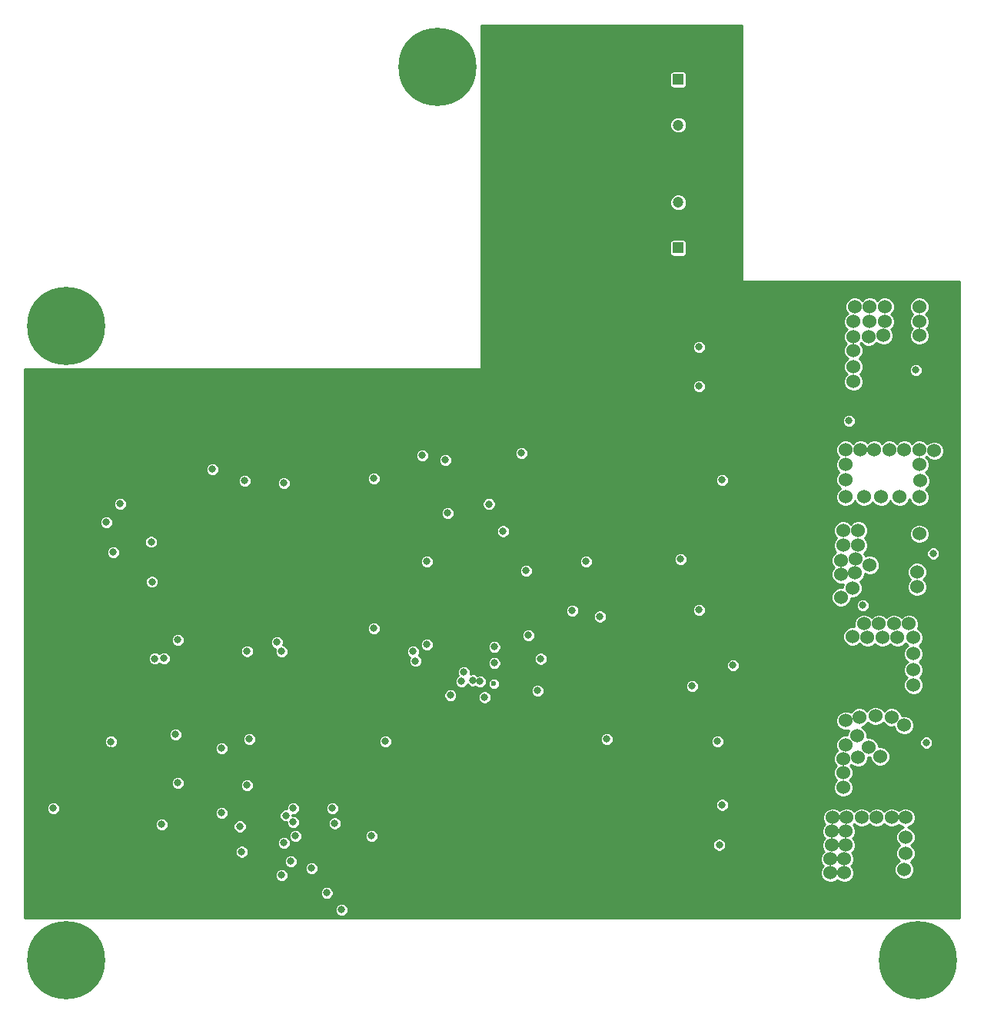
<source format=gbr>
G04 #@! TF.GenerationSoftware,KiCad,Pcbnew,5.0.2+dfsg1-1*
G04 #@! TF.CreationDate,2019-09-10T17:39:56-04:00*
G04 #@! TF.ProjectId,DSC_motor_controller,4453435f-6d6f-4746-9f72-5f636f6e7472,rev?*
G04 #@! TF.SameCoordinates,Original*
G04 #@! TF.FileFunction,Copper,L2,Inr*
G04 #@! TF.FilePolarity,Positive*
%FSLAX46Y46*%
G04 Gerber Fmt 4.6, Leading zero omitted, Abs format (unit mm)*
G04 Created by KiCad (PCBNEW 5.0.2+dfsg1-1) date Tue 10 Sep 2019 05:39:56 PM EDT*
%MOMM*%
%LPD*%
G01*
G04 APERTURE LIST*
G04 #@! TA.AperFunction,ViaPad*
%ADD10C,8.600000*%
G04 #@! TD*
G04 #@! TA.AperFunction,ViaPad*
%ADD11C,1.200000*%
G04 #@! TD*
G04 #@! TA.AperFunction,ViaPad*
%ADD12R,1.200000X1.200000*%
G04 #@! TD*
G04 #@! TA.AperFunction,ViaPad*
%ADD13C,0.800000*%
G04 #@! TD*
G04 #@! TA.AperFunction,ViaPad*
%ADD14C,1.524000*%
G04 #@! TD*
G04 #@! TA.AperFunction,ViaPad*
%ADD15C,0.600000*%
G04 #@! TD*
G04 #@! TA.AperFunction,Conductor*
%ADD16C,0.254000*%
G04 #@! TD*
G04 APERTURE END LIST*
D10*
G04 #@! TO.N,N/C*
G04 #@! TO.C,REF\002A\002A*
X62865000Y-131572000D03*
G04 #@! TD*
G04 #@! TO.N,N/C*
G04 #@! TO.C,REF\002A\002A*
X103759000Y-102997000D03*
G04 #@! TD*
G04 #@! TO.N,N/C*
G04 #@! TO.C,REF\002A\002A*
X156718000Y-201422000D03*
G04 #@! TD*
G04 #@! TO.N,N/C*
G04 #@! TO.C,REF\002A\002A*
X62865000Y-201422000D03*
G04 #@! TD*
D11*
G04 #@! TO.N,GND*
G04 #@! TO.C,C17*
X130302000Y-109394000D03*
D12*
G04 #@! TO.N,SUPPLY*
X130302000Y-104394000D03*
G04 #@! TD*
D11*
G04 #@! TO.N,GND*
G04 #@! TO.C,C18*
X130302000Y-117936000D03*
D12*
G04 #@! TO.N,SUPPLY*
X130302000Y-122936000D03*
G04 #@! TD*
D13*
G04 #@! TO.N,GND*
X86106000Y-166370000D03*
X72335779Y-159706769D03*
X67310000Y-153162000D03*
X75184000Y-181864000D03*
X67818000Y-177307997D03*
X98044000Y-177292000D03*
X106426000Y-170688000D03*
X106680000Y-169672000D03*
X108458000Y-170688000D03*
X134620000Y-177292000D03*
X86868000Y-148844000D03*
X130556000Y-157226000D03*
X132588000Y-162814000D03*
X135128000Y-148495009D03*
X102616000Y-157480000D03*
X107652327Y-170561000D03*
X118618000Y-162877500D03*
X110998000Y-154141000D03*
X109441429Y-151144431D03*
X102108000Y-145796000D03*
X104648000Y-146304000D03*
X104902000Y-152146000D03*
X96774000Y-164846000D03*
X136324918Y-168910000D03*
X132588000Y-138176000D03*
X132588000Y-133858000D03*
X87884000Y-184658000D03*
X88138000Y-187706000D03*
X87630000Y-190500000D03*
X80010000Y-178054000D03*
X74930000Y-176530000D03*
X87884000Y-186182000D03*
X82016600Y-186653000D03*
X134806815Y-188687185D03*
X131826000Y-171196000D03*
X82217069Y-189447010D03*
X80014653Y-185161347D03*
X73406000Y-186436004D03*
X61468000Y-184658000D03*
X113538000Y-158496016D03*
X96520000Y-187706000D03*
G04 #@! TO.N,+5V*
X113030000Y-145542000D03*
G04 #@! TO.N,/CAN/CAN_LO*
X82550000Y-148590000D03*
G04 #@! TO.N,/CAN/CAN_HI*
X78994000Y-147320000D03*
G04 #@! TO.N,+3V3*
X72644000Y-181356000D03*
X72457565Y-160699328D03*
X62738000Y-150876000D03*
X67818000Y-178308000D03*
X102362000Y-165608000D03*
X115062000Y-150876000D03*
X88387347Y-177550653D03*
X133604000Y-145034000D03*
X85090000Y-164846000D03*
X136398000Y-167894000D03*
X74422002Y-177800020D03*
X136398000Y-187451990D03*
X82731590Y-183324910D03*
G04 #@! TO.N,Net-(C21-Pad2)*
X101346000Y-168427000D03*
G04 #@! TO.N,Net-(C21-Pad1)*
X101092000Y-167386000D03*
G04 #@! TO.N,Net-(C23-Pad1)*
X105201829Y-172212000D03*
D14*
G04 #@! TO.N,/Motor_Driver/SH_C*
X148717000Y-175006000D03*
X153797000Y-174625000D03*
X150114000Y-179070000D03*
X152019000Y-174498000D03*
X150241000Y-174625000D03*
X155194000Y-175514000D03*
X149987000Y-176657000D03*
X151257000Y-177927000D03*
X148463000Y-182372000D03*
X148463000Y-179197000D03*
X148463000Y-180721000D03*
X148717000Y-177673000D03*
D13*
X114808000Y-171704000D03*
D14*
X152527000Y-178943000D03*
G04 #@! TO.N,/Motor_Driver/SH_B*
X148463000Y-155702000D03*
X156591000Y-158623000D03*
X149860000Y-157226000D03*
X148209000Y-158877000D03*
X156591000Y-160274000D03*
X151384000Y-157861000D03*
X156845000Y-154432000D03*
X148463000Y-154051000D03*
X148209000Y-157353000D03*
X150114000Y-155702000D03*
X149733000Y-158750000D03*
X150114000Y-154051000D03*
D13*
X115147569Y-168185000D03*
D14*
X148209000Y-161417000D03*
X149479000Y-160401000D03*
G04 #@! TO.N,/Motor_Driver/SH_A*
X149606000Y-134239000D03*
D13*
X120142000Y-157480000D03*
D14*
X149733000Y-129413000D03*
X151384000Y-129413000D03*
X153035000Y-129413000D03*
X156845000Y-129413000D03*
X149606000Y-131064000D03*
X151384000Y-131064000D03*
X153035000Y-131064000D03*
X156845000Y-131064000D03*
X149606000Y-132715000D03*
X151257000Y-132715000D03*
X152908000Y-132588000D03*
X156845000Y-132588000D03*
X149606000Y-136017000D03*
X149606000Y-137668000D03*
D13*
G04 #@! TO.N,Net-(C36-Pad1)*
X86614000Y-167386000D03*
G04 #@! TO.N,/CAN/CAN_TX*
X72647346Y-168160651D03*
G04 #@! TO.N,/CAN/CAN_RX*
X73660000Y-168148000D03*
G04 #@! TO.N,/Power/C_A*
X86614000Y-192024000D03*
G04 #@! TO.N,/Power/C_B*
X86868000Y-188468000D03*
G04 #@! TO.N,/Power/C_C*
X87083900Y-185453020D03*
G04 #@! TO.N,/Motor_Driver/GL_C*
X108966000Y-172427000D03*
D15*
G04 #@! TO.N,/Motor_Driver/GH_C*
X109982000Y-170942000D03*
D13*
X122428000Y-177038000D03*
G04 #@! TO.N,/Motor_Driver/GL_B*
X121666000Y-163534999D03*
G04 #@! TO.N,/Motor_Driver/GH_B*
X110057329Y-168656000D03*
X150622000Y-162306000D03*
G04 #@! TO.N,/Motor_Driver/GL_A*
X110057329Y-166878000D03*
G04 #@! TO.N,/Motor_Driver/GH_A*
X113792000Y-165608000D03*
X149098000Y-141986000D03*
G04 #@! TO.N,/Motor_controller/NRST*
X75184000Y-166116000D03*
X72247652Y-155305652D03*
G04 #@! TO.N,/Motor_Driver/Batt_voltage*
X92202000Y-184658000D03*
X135128002Y-184277000D03*
G04 #@! TO.N,/Motor_Driver/Volt_A*
X156464000Y-136398000D03*
X93218000Y-195834000D03*
X92456000Y-186309000D03*
X82805847Y-182116153D03*
G04 #@! TO.N,/Motor_Driver/Volt_B*
X91597458Y-193968777D03*
X158369000Y-156591000D03*
G04 #@! TO.N,/Motor_Driver/Volt_C*
X89916000Y-191262000D03*
X83058000Y-177038000D03*
X157606992Y-177419000D03*
G04 #@! TO.N,/Motor_controller/SDA*
X82804000Y-167360000D03*
X96774000Y-148336000D03*
G04 #@! TO.N,/Motor_controller/SWDIO*
X68834000Y-151130000D03*
X68072000Y-156464000D03*
D14*
G04 #@! TO.N,Net-(P1-Pad1)*
X154686000Y-150368000D03*
X150749000Y-150368000D03*
X152654000Y-150368000D03*
X156845000Y-150368000D03*
X148717000Y-148463000D03*
X158496000Y-145288000D03*
X156972000Y-148590000D03*
X150368000Y-145161000D03*
X155194000Y-145161000D03*
X156845000Y-145161000D03*
X153543000Y-145161000D03*
X151892000Y-145161000D03*
X156845000Y-146812000D03*
X148717000Y-146812000D03*
X148717000Y-150368000D03*
X148717000Y-145161000D03*
G04 #@! TO.N,Net-(P2-Pad1)*
X156210000Y-167640000D03*
X150749000Y-164338000D03*
X152400000Y-164338000D03*
X154051000Y-164338000D03*
X155702000Y-164338000D03*
X149479000Y-165735000D03*
X151130000Y-165862000D03*
X152781000Y-165862000D03*
X154432000Y-165862000D03*
X156210000Y-165862000D03*
X156210000Y-169418000D03*
X156210000Y-171069000D03*
G04 #@! TO.N,Net-(P3-Pad1)*
X150495000Y-185674000D03*
X147066000Y-191770000D03*
X148717000Y-188722000D03*
X148844000Y-185674000D03*
X155321000Y-189611000D03*
X147193000Y-188722000D03*
X155321000Y-185674000D03*
X153797000Y-185674000D03*
X148590000Y-190246000D03*
X147066000Y-190246000D03*
X147193000Y-187198000D03*
X148717000Y-187198000D03*
X155194000Y-191389000D03*
X155321000Y-187833000D03*
X148590000Y-191770000D03*
X152146000Y-185674000D03*
X147320000Y-185674000D03*
D13*
G04 #@! TO.N,Net-(C24-Pad1)*
X102616000Y-166624000D03*
G04 #@! TD*
D16*
G04 #@! TO.N,+3V3*
G36*
X137272001Y-126478014D02*
X137269219Y-126492000D01*
X137280240Y-126547405D01*
X137311624Y-126594376D01*
X137358595Y-126625760D01*
X137400019Y-126634000D01*
X137400020Y-126634000D01*
X137414000Y-126636781D01*
X137427981Y-126634000D01*
X161275000Y-126634000D01*
X161275001Y-196723000D01*
X152084522Y-196723000D01*
X152074405Y-196716240D01*
X152032981Y-196708000D01*
X152032980Y-196708000D01*
X152019000Y-196705219D01*
X152005019Y-196708000D01*
X67577981Y-196708000D01*
X67564000Y-196705219D01*
X67550020Y-196708000D01*
X67550019Y-196708000D01*
X67508595Y-196716240D01*
X67498478Y-196723000D01*
X58308000Y-196723000D01*
X58308000Y-195689391D01*
X92491000Y-195689391D01*
X92491000Y-195978609D01*
X92601679Y-196245813D01*
X92806187Y-196450321D01*
X93073391Y-196561000D01*
X93362609Y-196561000D01*
X93629813Y-196450321D01*
X93834321Y-196245813D01*
X93945000Y-195978609D01*
X93945000Y-195689391D01*
X93834321Y-195422187D01*
X93629813Y-195217679D01*
X93362609Y-195107000D01*
X93073391Y-195107000D01*
X92806187Y-195217679D01*
X92601679Y-195422187D01*
X92491000Y-195689391D01*
X58308000Y-195689391D01*
X58308000Y-193824168D01*
X90870458Y-193824168D01*
X90870458Y-194113386D01*
X90981137Y-194380590D01*
X91185645Y-194585098D01*
X91452849Y-194695777D01*
X91742067Y-194695777D01*
X92009271Y-194585098D01*
X92213779Y-194380590D01*
X92324458Y-194113386D01*
X92324458Y-193824168D01*
X92213779Y-193556964D01*
X92009271Y-193352456D01*
X91742067Y-193241777D01*
X91452849Y-193241777D01*
X91185645Y-193352456D01*
X90981137Y-193556964D01*
X90870458Y-193824168D01*
X58308000Y-193824168D01*
X58308000Y-191879391D01*
X85887000Y-191879391D01*
X85887000Y-192168609D01*
X85997679Y-192435813D01*
X86202187Y-192640321D01*
X86469391Y-192751000D01*
X86758609Y-192751000D01*
X87025813Y-192640321D01*
X87230321Y-192435813D01*
X87341000Y-192168609D01*
X87341000Y-191879391D01*
X87230321Y-191612187D01*
X87025813Y-191407679D01*
X86758609Y-191297000D01*
X86469391Y-191297000D01*
X86202187Y-191407679D01*
X85997679Y-191612187D01*
X85887000Y-191879391D01*
X58308000Y-191879391D01*
X58308000Y-190355391D01*
X86903000Y-190355391D01*
X86903000Y-190644609D01*
X87013679Y-190911813D01*
X87218187Y-191116321D01*
X87485391Y-191227000D01*
X87774609Y-191227000D01*
X88039229Y-191117391D01*
X89189000Y-191117391D01*
X89189000Y-191406609D01*
X89299679Y-191673813D01*
X89504187Y-191878321D01*
X89771391Y-191989000D01*
X90060609Y-191989000D01*
X90327813Y-191878321D01*
X90532321Y-191673813D01*
X90643000Y-191406609D01*
X90643000Y-191117391D01*
X90532321Y-190850187D01*
X90327813Y-190645679D01*
X90060609Y-190535000D01*
X89771391Y-190535000D01*
X89504187Y-190645679D01*
X89299679Y-190850187D01*
X89189000Y-191117391D01*
X88039229Y-191117391D01*
X88041813Y-191116321D01*
X88246321Y-190911813D01*
X88357000Y-190644609D01*
X88357000Y-190355391D01*
X88246321Y-190088187D01*
X88187518Y-190029384D01*
X145977000Y-190029384D01*
X145977000Y-190462616D01*
X146142790Y-190862869D01*
X146287921Y-191008000D01*
X146142790Y-191153131D01*
X145977000Y-191553384D01*
X145977000Y-191986616D01*
X146142790Y-192386869D01*
X146449131Y-192693210D01*
X146849384Y-192859000D01*
X147282616Y-192859000D01*
X147682869Y-192693210D01*
X147828000Y-192548079D01*
X147973131Y-192693210D01*
X148373384Y-192859000D01*
X148806616Y-192859000D01*
X149206869Y-192693210D01*
X149513210Y-192386869D01*
X149679000Y-191986616D01*
X149679000Y-191553384D01*
X149513210Y-191153131D01*
X149368079Y-191008000D01*
X149513210Y-190862869D01*
X149679000Y-190462616D01*
X149679000Y-190029384D01*
X149513210Y-189629131D01*
X149431579Y-189547500D01*
X149640210Y-189338869D01*
X149806000Y-188938616D01*
X149806000Y-188505384D01*
X149640210Y-188105131D01*
X149495079Y-187960000D01*
X149640210Y-187814869D01*
X149806000Y-187414616D01*
X149806000Y-186981384D01*
X149640210Y-186581131D01*
X149558579Y-186499500D01*
X149669500Y-186388579D01*
X149878131Y-186597210D01*
X150278384Y-186763000D01*
X150711616Y-186763000D01*
X151111869Y-186597210D01*
X151320500Y-186388579D01*
X151529131Y-186597210D01*
X151929384Y-186763000D01*
X152362616Y-186763000D01*
X152762869Y-186597210D01*
X152971500Y-186388579D01*
X153180131Y-186597210D01*
X153580384Y-186763000D01*
X154013616Y-186763000D01*
X154413869Y-186597210D01*
X154559000Y-186452079D01*
X154704131Y-186597210D01*
X155081449Y-186753500D01*
X154704131Y-186909790D01*
X154397790Y-187216131D01*
X154232000Y-187616384D01*
X154232000Y-188049616D01*
X154397790Y-188449869D01*
X154669921Y-188722000D01*
X154397790Y-188994131D01*
X154232000Y-189394384D01*
X154232000Y-189827616D01*
X154397790Y-190227869D01*
X154618553Y-190448632D01*
X154577131Y-190465790D01*
X154270790Y-190772131D01*
X154105000Y-191172384D01*
X154105000Y-191605616D01*
X154270790Y-192005869D01*
X154577131Y-192312210D01*
X154977384Y-192478000D01*
X155410616Y-192478000D01*
X155810869Y-192312210D01*
X156117210Y-192005869D01*
X156283000Y-191605616D01*
X156283000Y-191172384D01*
X156117210Y-190772131D01*
X155896447Y-190551368D01*
X155937869Y-190534210D01*
X156244210Y-190227869D01*
X156410000Y-189827616D01*
X156410000Y-189394384D01*
X156244210Y-188994131D01*
X155972079Y-188722000D01*
X156244210Y-188449869D01*
X156410000Y-188049616D01*
X156410000Y-187616384D01*
X156244210Y-187216131D01*
X155937869Y-186909790D01*
X155560551Y-186753500D01*
X155937869Y-186597210D01*
X156244210Y-186290869D01*
X156410000Y-185890616D01*
X156410000Y-185457384D01*
X156244210Y-185057131D01*
X155937869Y-184750790D01*
X155537616Y-184585000D01*
X155104384Y-184585000D01*
X154704131Y-184750790D01*
X154559000Y-184895921D01*
X154413869Y-184750790D01*
X154013616Y-184585000D01*
X153580384Y-184585000D01*
X153180131Y-184750790D01*
X152971500Y-184959421D01*
X152762869Y-184750790D01*
X152362616Y-184585000D01*
X151929384Y-184585000D01*
X151529131Y-184750790D01*
X151320500Y-184959421D01*
X151111869Y-184750790D01*
X150711616Y-184585000D01*
X150278384Y-184585000D01*
X149878131Y-184750790D01*
X149669500Y-184959421D01*
X149460869Y-184750790D01*
X149060616Y-184585000D01*
X148627384Y-184585000D01*
X148227131Y-184750790D01*
X148082000Y-184895921D01*
X147936869Y-184750790D01*
X147536616Y-184585000D01*
X147103384Y-184585000D01*
X146703131Y-184750790D01*
X146396790Y-185057131D01*
X146231000Y-185457384D01*
X146231000Y-185890616D01*
X146396790Y-186290869D01*
X146478421Y-186372500D01*
X146269790Y-186581131D01*
X146104000Y-186981384D01*
X146104000Y-187414616D01*
X146269790Y-187814869D01*
X146414921Y-187960000D01*
X146269790Y-188105131D01*
X146104000Y-188505384D01*
X146104000Y-188938616D01*
X146269790Y-189338869D01*
X146351421Y-189420500D01*
X146142790Y-189629131D01*
X145977000Y-190029384D01*
X88187518Y-190029384D01*
X88041813Y-189883679D01*
X87774609Y-189773000D01*
X87485391Y-189773000D01*
X87218187Y-189883679D01*
X87013679Y-190088187D01*
X86903000Y-190355391D01*
X58308000Y-190355391D01*
X58308000Y-189302401D01*
X81490069Y-189302401D01*
X81490069Y-189591619D01*
X81600748Y-189858823D01*
X81805256Y-190063331D01*
X82072460Y-190174010D01*
X82361678Y-190174010D01*
X82628882Y-190063331D01*
X82833390Y-189858823D01*
X82944069Y-189591619D01*
X82944069Y-189302401D01*
X82833390Y-189035197D01*
X82628882Y-188830689D01*
X82361678Y-188720010D01*
X82072460Y-188720010D01*
X81805256Y-188830689D01*
X81600748Y-189035197D01*
X81490069Y-189302401D01*
X58308000Y-189302401D01*
X58308000Y-188323391D01*
X86141000Y-188323391D01*
X86141000Y-188612609D01*
X86251679Y-188879813D01*
X86456187Y-189084321D01*
X86723391Y-189195000D01*
X87012609Y-189195000D01*
X87279813Y-189084321D01*
X87484321Y-188879813D01*
X87595000Y-188612609D01*
X87595000Y-188542576D01*
X134079815Y-188542576D01*
X134079815Y-188831794D01*
X134190494Y-189098998D01*
X134395002Y-189303506D01*
X134662206Y-189414185D01*
X134951424Y-189414185D01*
X135218628Y-189303506D01*
X135423136Y-189098998D01*
X135533815Y-188831794D01*
X135533815Y-188542576D01*
X135423136Y-188275372D01*
X135218628Y-188070864D01*
X134951424Y-187960185D01*
X134662206Y-187960185D01*
X134395002Y-188070864D01*
X134190494Y-188275372D01*
X134079815Y-188542576D01*
X87595000Y-188542576D01*
X87595000Y-188323391D01*
X87484321Y-188056187D01*
X87279813Y-187851679D01*
X87012609Y-187741000D01*
X86723391Y-187741000D01*
X86456187Y-187851679D01*
X86251679Y-188056187D01*
X86141000Y-188323391D01*
X58308000Y-188323391D01*
X58308000Y-187561391D01*
X87411000Y-187561391D01*
X87411000Y-187850609D01*
X87521679Y-188117813D01*
X87726187Y-188322321D01*
X87993391Y-188433000D01*
X88282609Y-188433000D01*
X88549813Y-188322321D01*
X88754321Y-188117813D01*
X88865000Y-187850609D01*
X88865000Y-187561391D01*
X95793000Y-187561391D01*
X95793000Y-187850609D01*
X95903679Y-188117813D01*
X96108187Y-188322321D01*
X96375391Y-188433000D01*
X96664609Y-188433000D01*
X96931813Y-188322321D01*
X97136321Y-188117813D01*
X97247000Y-187850609D01*
X97247000Y-187561391D01*
X97136321Y-187294187D01*
X96931813Y-187089679D01*
X96664609Y-186979000D01*
X96375391Y-186979000D01*
X96108187Y-187089679D01*
X95903679Y-187294187D01*
X95793000Y-187561391D01*
X88865000Y-187561391D01*
X88754321Y-187294187D01*
X88549813Y-187089679D01*
X88282609Y-186979000D01*
X87993391Y-186979000D01*
X87726187Y-187089679D01*
X87521679Y-187294187D01*
X87411000Y-187561391D01*
X58308000Y-187561391D01*
X58308000Y-186291395D01*
X72679000Y-186291395D01*
X72679000Y-186580613D01*
X72789679Y-186847817D01*
X72994187Y-187052325D01*
X73261391Y-187163004D01*
X73550609Y-187163004D01*
X73817813Y-187052325D01*
X74022321Y-186847817D01*
X74133000Y-186580613D01*
X74133000Y-186508391D01*
X81289600Y-186508391D01*
X81289600Y-186797609D01*
X81400279Y-187064813D01*
X81604787Y-187269321D01*
X81871991Y-187380000D01*
X82161209Y-187380000D01*
X82428413Y-187269321D01*
X82632921Y-187064813D01*
X82743600Y-186797609D01*
X82743600Y-186508391D01*
X82632921Y-186241187D01*
X82428413Y-186036679D01*
X82161209Y-185926000D01*
X81871991Y-185926000D01*
X81604787Y-186036679D01*
X81400279Y-186241187D01*
X81289600Y-186508391D01*
X74133000Y-186508391D01*
X74133000Y-186291395D01*
X74022321Y-186024191D01*
X73817813Y-185819683D01*
X73550609Y-185709004D01*
X73261391Y-185709004D01*
X72994187Y-185819683D01*
X72789679Y-186024191D01*
X72679000Y-186291395D01*
X58308000Y-186291395D01*
X58308000Y-184513391D01*
X60741000Y-184513391D01*
X60741000Y-184802609D01*
X60851679Y-185069813D01*
X61056187Y-185274321D01*
X61323391Y-185385000D01*
X61612609Y-185385000D01*
X61879813Y-185274321D01*
X62084321Y-185069813D01*
X62106305Y-185016738D01*
X79287653Y-185016738D01*
X79287653Y-185305956D01*
X79398332Y-185573160D01*
X79602840Y-185777668D01*
X79870044Y-185888347D01*
X80159262Y-185888347D01*
X80426466Y-185777668D01*
X80630974Y-185573160D01*
X80740636Y-185308411D01*
X86356900Y-185308411D01*
X86356900Y-185597629D01*
X86467579Y-185864833D01*
X86672087Y-186069341D01*
X86939291Y-186180020D01*
X87157000Y-186180020D01*
X87157000Y-186326609D01*
X87267679Y-186593813D01*
X87472187Y-186798321D01*
X87739391Y-186909000D01*
X88028609Y-186909000D01*
X88295813Y-186798321D01*
X88500321Y-186593813D01*
X88611000Y-186326609D01*
X88611000Y-186164391D01*
X91729000Y-186164391D01*
X91729000Y-186453609D01*
X91839679Y-186720813D01*
X92044187Y-186925321D01*
X92311391Y-187036000D01*
X92600609Y-187036000D01*
X92867813Y-186925321D01*
X93072321Y-186720813D01*
X93183000Y-186453609D01*
X93183000Y-186164391D01*
X93072321Y-185897187D01*
X92867813Y-185692679D01*
X92600609Y-185582000D01*
X92311391Y-185582000D01*
X92044187Y-185692679D01*
X91839679Y-185897187D01*
X91729000Y-186164391D01*
X88611000Y-186164391D01*
X88611000Y-186037391D01*
X88500321Y-185770187D01*
X88295813Y-185565679D01*
X88028609Y-185455000D01*
X87810900Y-185455000D01*
X87810900Y-185385000D01*
X88028609Y-185385000D01*
X88295813Y-185274321D01*
X88500321Y-185069813D01*
X88611000Y-184802609D01*
X88611000Y-184513391D01*
X91475000Y-184513391D01*
X91475000Y-184802609D01*
X91585679Y-185069813D01*
X91790187Y-185274321D01*
X92057391Y-185385000D01*
X92346609Y-185385000D01*
X92613813Y-185274321D01*
X92818321Y-185069813D01*
X92929000Y-184802609D01*
X92929000Y-184513391D01*
X92818321Y-184246187D01*
X92704525Y-184132391D01*
X134401002Y-184132391D01*
X134401002Y-184421609D01*
X134511681Y-184688813D01*
X134716189Y-184893321D01*
X134983393Y-185004000D01*
X135272611Y-185004000D01*
X135539815Y-184893321D01*
X135744323Y-184688813D01*
X135855002Y-184421609D01*
X135855002Y-184132391D01*
X135744323Y-183865187D01*
X135539815Y-183660679D01*
X135272611Y-183550000D01*
X134983393Y-183550000D01*
X134716189Y-183660679D01*
X134511681Y-183865187D01*
X134401002Y-184132391D01*
X92704525Y-184132391D01*
X92613813Y-184041679D01*
X92346609Y-183931000D01*
X92057391Y-183931000D01*
X91790187Y-184041679D01*
X91585679Y-184246187D01*
X91475000Y-184513391D01*
X88611000Y-184513391D01*
X88500321Y-184246187D01*
X88295813Y-184041679D01*
X88028609Y-183931000D01*
X87739391Y-183931000D01*
X87472187Y-184041679D01*
X87267679Y-184246187D01*
X87157000Y-184513391D01*
X87157000Y-184726020D01*
X86939291Y-184726020D01*
X86672087Y-184836699D01*
X86467579Y-185041207D01*
X86356900Y-185308411D01*
X80740636Y-185308411D01*
X80741653Y-185305956D01*
X80741653Y-185016738D01*
X80630974Y-184749534D01*
X80426466Y-184545026D01*
X80159262Y-184434347D01*
X79870044Y-184434347D01*
X79602840Y-184545026D01*
X79398332Y-184749534D01*
X79287653Y-185016738D01*
X62106305Y-185016738D01*
X62195000Y-184802609D01*
X62195000Y-184513391D01*
X62084321Y-184246187D01*
X61879813Y-184041679D01*
X61612609Y-183931000D01*
X61323391Y-183931000D01*
X61056187Y-184041679D01*
X60851679Y-184246187D01*
X60741000Y-184513391D01*
X58308000Y-184513391D01*
X58308000Y-181719391D01*
X74457000Y-181719391D01*
X74457000Y-182008609D01*
X74567679Y-182275813D01*
X74772187Y-182480321D01*
X75039391Y-182591000D01*
X75328609Y-182591000D01*
X75595813Y-182480321D01*
X75800321Y-182275813D01*
X75911000Y-182008609D01*
X75911000Y-181971544D01*
X82078847Y-181971544D01*
X82078847Y-182260762D01*
X82189526Y-182527966D01*
X82394034Y-182732474D01*
X82661238Y-182843153D01*
X82950456Y-182843153D01*
X83217660Y-182732474D01*
X83422168Y-182527966D01*
X83532847Y-182260762D01*
X83532847Y-181971544D01*
X83422168Y-181704340D01*
X83217660Y-181499832D01*
X82950456Y-181389153D01*
X82661238Y-181389153D01*
X82394034Y-181499832D01*
X82189526Y-181704340D01*
X82078847Y-181971544D01*
X75911000Y-181971544D01*
X75911000Y-181719391D01*
X75800321Y-181452187D01*
X75595813Y-181247679D01*
X75328609Y-181137000D01*
X75039391Y-181137000D01*
X74772187Y-181247679D01*
X74567679Y-181452187D01*
X74457000Y-181719391D01*
X58308000Y-181719391D01*
X58308000Y-178980384D01*
X147374000Y-178980384D01*
X147374000Y-179413616D01*
X147539790Y-179813869D01*
X147684921Y-179959000D01*
X147539790Y-180104131D01*
X147374000Y-180504384D01*
X147374000Y-180937616D01*
X147539790Y-181337869D01*
X147748421Y-181546500D01*
X147539790Y-181755131D01*
X147374000Y-182155384D01*
X147374000Y-182588616D01*
X147539790Y-182988869D01*
X147846131Y-183295210D01*
X148246384Y-183461000D01*
X148679616Y-183461000D01*
X149079869Y-183295210D01*
X149386210Y-182988869D01*
X149552000Y-182588616D01*
X149552000Y-182155384D01*
X149386210Y-181755131D01*
X149177579Y-181546500D01*
X149386210Y-181337869D01*
X149552000Y-180937616D01*
X149552000Y-180504384D01*
X149386210Y-180104131D01*
X149241079Y-179959000D01*
X149352000Y-179848079D01*
X149497131Y-179993210D01*
X149897384Y-180159000D01*
X150330616Y-180159000D01*
X150730869Y-179993210D01*
X151037210Y-179686869D01*
X151203000Y-179286616D01*
X151203000Y-179016000D01*
X151438000Y-179016000D01*
X151438000Y-179159616D01*
X151603790Y-179559869D01*
X151910131Y-179866210D01*
X152310384Y-180032000D01*
X152743616Y-180032000D01*
X153143869Y-179866210D01*
X153450210Y-179559869D01*
X153616000Y-179159616D01*
X153616000Y-178726384D01*
X153450210Y-178326131D01*
X153143869Y-178019790D01*
X152743616Y-177854000D01*
X152346000Y-177854000D01*
X152346000Y-177710384D01*
X152180210Y-177310131D01*
X152144470Y-177274391D01*
X156879992Y-177274391D01*
X156879992Y-177563609D01*
X156990671Y-177830813D01*
X157195179Y-178035321D01*
X157462383Y-178146000D01*
X157751601Y-178146000D01*
X158018805Y-178035321D01*
X158223313Y-177830813D01*
X158333992Y-177563609D01*
X158333992Y-177274391D01*
X158223313Y-177007187D01*
X158018805Y-176802679D01*
X157751601Y-176692000D01*
X157462383Y-176692000D01*
X157195179Y-176802679D01*
X156990671Y-177007187D01*
X156879992Y-177274391D01*
X152144470Y-177274391D01*
X151873869Y-177003790D01*
X151473616Y-176838000D01*
X151076000Y-176838000D01*
X151076000Y-176440384D01*
X150910210Y-176040131D01*
X150603869Y-175733790D01*
X150506854Y-175693605D01*
X150857869Y-175548210D01*
X151164210Y-175241869D01*
X151181368Y-175200447D01*
X151402131Y-175421210D01*
X151802384Y-175587000D01*
X152235616Y-175587000D01*
X152635869Y-175421210D01*
X152856632Y-175200447D01*
X152873790Y-175241869D01*
X153180131Y-175548210D01*
X153580384Y-175714000D01*
X154013616Y-175714000D01*
X154105000Y-175676148D01*
X154105000Y-175730616D01*
X154270790Y-176130869D01*
X154577131Y-176437210D01*
X154977384Y-176603000D01*
X155410616Y-176603000D01*
X155810869Y-176437210D01*
X156117210Y-176130869D01*
X156283000Y-175730616D01*
X156283000Y-175297384D01*
X156117210Y-174897131D01*
X155810869Y-174590790D01*
X155410616Y-174425000D01*
X154977384Y-174425000D01*
X154886000Y-174462852D01*
X154886000Y-174408384D01*
X154720210Y-174008131D01*
X154413869Y-173701790D01*
X154013616Y-173536000D01*
X153580384Y-173536000D01*
X153180131Y-173701790D01*
X152959368Y-173922553D01*
X152942210Y-173881131D01*
X152635869Y-173574790D01*
X152235616Y-173409000D01*
X151802384Y-173409000D01*
X151402131Y-173574790D01*
X151095790Y-173881131D01*
X151078632Y-173922553D01*
X150857869Y-173701790D01*
X150457616Y-173536000D01*
X150024384Y-173536000D01*
X149624131Y-173701790D01*
X149317790Y-174008131D01*
X149293749Y-174066172D01*
X148933616Y-173917000D01*
X148500384Y-173917000D01*
X148100131Y-174082790D01*
X147793790Y-174389131D01*
X147628000Y-174789384D01*
X147628000Y-175222616D01*
X147793790Y-175622869D01*
X148100131Y-175929210D01*
X148500384Y-176095000D01*
X148933616Y-176095000D01*
X149063315Y-176041277D01*
X148898000Y-176440384D01*
X148898000Y-176584000D01*
X148500384Y-176584000D01*
X148100131Y-176749790D01*
X147793790Y-177056131D01*
X147628000Y-177456384D01*
X147628000Y-177889616D01*
X147793790Y-178289869D01*
X147811921Y-178308000D01*
X147539790Y-178580131D01*
X147374000Y-178980384D01*
X58308000Y-178980384D01*
X58308000Y-177163388D01*
X67091000Y-177163388D01*
X67091000Y-177452606D01*
X67201679Y-177719810D01*
X67406187Y-177924318D01*
X67673391Y-178034997D01*
X67962609Y-178034997D01*
X68229813Y-177924318D01*
X68244740Y-177909391D01*
X79283000Y-177909391D01*
X79283000Y-178198609D01*
X79393679Y-178465813D01*
X79598187Y-178670321D01*
X79865391Y-178781000D01*
X80154609Y-178781000D01*
X80421813Y-178670321D01*
X80626321Y-178465813D01*
X80737000Y-178198609D01*
X80737000Y-177909391D01*
X80626321Y-177642187D01*
X80421813Y-177437679D01*
X80154609Y-177327000D01*
X79865391Y-177327000D01*
X79598187Y-177437679D01*
X79393679Y-177642187D01*
X79283000Y-177909391D01*
X68244740Y-177909391D01*
X68434321Y-177719810D01*
X68545000Y-177452606D01*
X68545000Y-177163388D01*
X68434321Y-176896184D01*
X68229813Y-176691676D01*
X67962609Y-176580997D01*
X67673391Y-176580997D01*
X67406187Y-176691676D01*
X67201679Y-176896184D01*
X67091000Y-177163388D01*
X58308000Y-177163388D01*
X58308000Y-176385391D01*
X74203000Y-176385391D01*
X74203000Y-176674609D01*
X74313679Y-176941813D01*
X74518187Y-177146321D01*
X74785391Y-177257000D01*
X75074609Y-177257000D01*
X75341813Y-177146321D01*
X75546321Y-176941813D01*
X75566377Y-176893391D01*
X82331000Y-176893391D01*
X82331000Y-177182609D01*
X82441679Y-177449813D01*
X82646187Y-177654321D01*
X82913391Y-177765000D01*
X83202609Y-177765000D01*
X83469813Y-177654321D01*
X83674321Y-177449813D01*
X83785000Y-177182609D01*
X83785000Y-177147391D01*
X97317000Y-177147391D01*
X97317000Y-177436609D01*
X97427679Y-177703813D01*
X97632187Y-177908321D01*
X97899391Y-178019000D01*
X98188609Y-178019000D01*
X98455813Y-177908321D01*
X98660321Y-177703813D01*
X98771000Y-177436609D01*
X98771000Y-177147391D01*
X98665791Y-176893391D01*
X121701000Y-176893391D01*
X121701000Y-177182609D01*
X121811679Y-177449813D01*
X122016187Y-177654321D01*
X122283391Y-177765000D01*
X122572609Y-177765000D01*
X122839813Y-177654321D01*
X123044321Y-177449813D01*
X123155000Y-177182609D01*
X123155000Y-177147391D01*
X133893000Y-177147391D01*
X133893000Y-177436609D01*
X134003679Y-177703813D01*
X134208187Y-177908321D01*
X134475391Y-178019000D01*
X134764609Y-178019000D01*
X135031813Y-177908321D01*
X135236321Y-177703813D01*
X135347000Y-177436609D01*
X135347000Y-177147391D01*
X135236321Y-176880187D01*
X135031813Y-176675679D01*
X134764609Y-176565000D01*
X134475391Y-176565000D01*
X134208187Y-176675679D01*
X134003679Y-176880187D01*
X133893000Y-177147391D01*
X123155000Y-177147391D01*
X123155000Y-176893391D01*
X123044321Y-176626187D01*
X122839813Y-176421679D01*
X122572609Y-176311000D01*
X122283391Y-176311000D01*
X122016187Y-176421679D01*
X121811679Y-176626187D01*
X121701000Y-176893391D01*
X98665791Y-176893391D01*
X98660321Y-176880187D01*
X98455813Y-176675679D01*
X98188609Y-176565000D01*
X97899391Y-176565000D01*
X97632187Y-176675679D01*
X97427679Y-176880187D01*
X97317000Y-177147391D01*
X83785000Y-177147391D01*
X83785000Y-176893391D01*
X83674321Y-176626187D01*
X83469813Y-176421679D01*
X83202609Y-176311000D01*
X82913391Y-176311000D01*
X82646187Y-176421679D01*
X82441679Y-176626187D01*
X82331000Y-176893391D01*
X75566377Y-176893391D01*
X75657000Y-176674609D01*
X75657000Y-176385391D01*
X75546321Y-176118187D01*
X75341813Y-175913679D01*
X75074609Y-175803000D01*
X74785391Y-175803000D01*
X74518187Y-175913679D01*
X74313679Y-176118187D01*
X74203000Y-176385391D01*
X58308000Y-176385391D01*
X58308000Y-172067391D01*
X104474829Y-172067391D01*
X104474829Y-172356609D01*
X104585508Y-172623813D01*
X104790016Y-172828321D01*
X105057220Y-172939000D01*
X105346438Y-172939000D01*
X105613642Y-172828321D01*
X105818150Y-172623813D01*
X105928829Y-172356609D01*
X105928829Y-172282391D01*
X108239000Y-172282391D01*
X108239000Y-172571609D01*
X108349679Y-172838813D01*
X108554187Y-173043321D01*
X108821391Y-173154000D01*
X109110609Y-173154000D01*
X109377813Y-173043321D01*
X109582321Y-172838813D01*
X109693000Y-172571609D01*
X109693000Y-172282391D01*
X109582321Y-172015187D01*
X109377813Y-171810679D01*
X109110609Y-171700000D01*
X108821391Y-171700000D01*
X108554187Y-171810679D01*
X108349679Y-172015187D01*
X108239000Y-172282391D01*
X105928829Y-172282391D01*
X105928829Y-172067391D01*
X105818150Y-171800187D01*
X105613642Y-171595679D01*
X105346438Y-171485000D01*
X105057220Y-171485000D01*
X104790016Y-171595679D01*
X104585508Y-171800187D01*
X104474829Y-172067391D01*
X58308000Y-172067391D01*
X58308000Y-170543391D01*
X105699000Y-170543391D01*
X105699000Y-170832609D01*
X105809679Y-171099813D01*
X106014187Y-171304321D01*
X106281391Y-171415000D01*
X106570609Y-171415000D01*
X106837813Y-171304321D01*
X107042321Y-171099813D01*
X107077669Y-171014476D01*
X107240514Y-171177321D01*
X107507718Y-171288000D01*
X107796936Y-171288000D01*
X107961643Y-171219777D01*
X108046187Y-171304321D01*
X108313391Y-171415000D01*
X108602609Y-171415000D01*
X108869813Y-171304321D01*
X109074321Y-171099813D01*
X109185000Y-170832609D01*
X109185000Y-170817282D01*
X109355000Y-170817282D01*
X109355000Y-171066718D01*
X109450455Y-171297167D01*
X109626833Y-171473545D01*
X109857282Y-171569000D01*
X110106718Y-171569000D01*
X110129916Y-171559391D01*
X114081000Y-171559391D01*
X114081000Y-171848609D01*
X114191679Y-172115813D01*
X114396187Y-172320321D01*
X114663391Y-172431000D01*
X114952609Y-172431000D01*
X115219813Y-172320321D01*
X115424321Y-172115813D01*
X115535000Y-171848609D01*
X115535000Y-171559391D01*
X115424321Y-171292187D01*
X115219813Y-171087679D01*
X115132206Y-171051391D01*
X131099000Y-171051391D01*
X131099000Y-171340609D01*
X131209679Y-171607813D01*
X131414187Y-171812321D01*
X131681391Y-171923000D01*
X131970609Y-171923000D01*
X132237813Y-171812321D01*
X132442321Y-171607813D01*
X132553000Y-171340609D01*
X132553000Y-171051391D01*
X132442321Y-170784187D01*
X132237813Y-170579679D01*
X131970609Y-170469000D01*
X131681391Y-170469000D01*
X131414187Y-170579679D01*
X131209679Y-170784187D01*
X131099000Y-171051391D01*
X115132206Y-171051391D01*
X114952609Y-170977000D01*
X114663391Y-170977000D01*
X114396187Y-171087679D01*
X114191679Y-171292187D01*
X114081000Y-171559391D01*
X110129916Y-171559391D01*
X110337167Y-171473545D01*
X110513545Y-171297167D01*
X110609000Y-171066718D01*
X110609000Y-170817282D01*
X110513545Y-170586833D01*
X110337167Y-170410455D01*
X110106718Y-170315000D01*
X109857282Y-170315000D01*
X109626833Y-170410455D01*
X109450455Y-170586833D01*
X109355000Y-170817282D01*
X109185000Y-170817282D01*
X109185000Y-170543391D01*
X109074321Y-170276187D01*
X108869813Y-170071679D01*
X108602609Y-169961000D01*
X108313391Y-169961000D01*
X108148684Y-170029223D01*
X108064140Y-169944679D01*
X107796936Y-169834000D01*
X107507718Y-169834000D01*
X107377445Y-169887960D01*
X107407000Y-169816609D01*
X107407000Y-169527391D01*
X107296321Y-169260187D01*
X107091813Y-169055679D01*
X106824609Y-168945000D01*
X106535391Y-168945000D01*
X106268187Y-169055679D01*
X106063679Y-169260187D01*
X105953000Y-169527391D01*
X105953000Y-169816609D01*
X106052141Y-170055958D01*
X106014187Y-170071679D01*
X105809679Y-170276187D01*
X105699000Y-170543391D01*
X58308000Y-170543391D01*
X58308000Y-168016042D01*
X71920346Y-168016042D01*
X71920346Y-168305260D01*
X72031025Y-168572464D01*
X72235533Y-168776972D01*
X72502737Y-168887651D01*
X72791955Y-168887651D01*
X73059159Y-168776972D01*
X73159999Y-168676133D01*
X73248187Y-168764321D01*
X73515391Y-168875000D01*
X73804609Y-168875000D01*
X74071813Y-168764321D01*
X74276321Y-168559813D01*
X74387000Y-168292609D01*
X74387000Y-168003391D01*
X74276321Y-167736187D01*
X74071813Y-167531679D01*
X73804609Y-167421000D01*
X73515391Y-167421000D01*
X73248187Y-167531679D01*
X73147348Y-167632519D01*
X73059159Y-167544330D01*
X72791955Y-167433651D01*
X72502737Y-167433651D01*
X72235533Y-167544330D01*
X72031025Y-167748838D01*
X71920346Y-168016042D01*
X58308000Y-168016042D01*
X58308000Y-167215391D01*
X82077000Y-167215391D01*
X82077000Y-167504609D01*
X82187679Y-167771813D01*
X82392187Y-167976321D01*
X82659391Y-168087000D01*
X82948609Y-168087000D01*
X83215813Y-167976321D01*
X83420321Y-167771813D01*
X83531000Y-167504609D01*
X83531000Y-167215391D01*
X83420321Y-166948187D01*
X83215813Y-166743679D01*
X82948609Y-166633000D01*
X82659391Y-166633000D01*
X82392187Y-166743679D01*
X82187679Y-166948187D01*
X82077000Y-167215391D01*
X58308000Y-167215391D01*
X58308000Y-165971391D01*
X74457000Y-165971391D01*
X74457000Y-166260609D01*
X74567679Y-166527813D01*
X74772187Y-166732321D01*
X75039391Y-166843000D01*
X75328609Y-166843000D01*
X75595813Y-166732321D01*
X75800321Y-166527813D01*
X75911000Y-166260609D01*
X75911000Y-166225391D01*
X85379000Y-166225391D01*
X85379000Y-166514609D01*
X85489679Y-166781813D01*
X85694187Y-166986321D01*
X85948944Y-167091844D01*
X85887000Y-167241391D01*
X85887000Y-167530609D01*
X85997679Y-167797813D01*
X86202187Y-168002321D01*
X86469391Y-168113000D01*
X86758609Y-168113000D01*
X87025813Y-168002321D01*
X87230321Y-167797813D01*
X87341000Y-167530609D01*
X87341000Y-167241391D01*
X100365000Y-167241391D01*
X100365000Y-167530609D01*
X100475679Y-167797813D01*
X100680187Y-168002321D01*
X100726980Y-168021703D01*
X100619000Y-168282391D01*
X100619000Y-168571609D01*
X100729679Y-168838813D01*
X100934187Y-169043321D01*
X101201391Y-169154000D01*
X101490609Y-169154000D01*
X101757813Y-169043321D01*
X101962321Y-168838813D01*
X102073000Y-168571609D01*
X102073000Y-168511391D01*
X109330329Y-168511391D01*
X109330329Y-168800609D01*
X109441008Y-169067813D01*
X109645516Y-169272321D01*
X109912720Y-169383000D01*
X110201938Y-169383000D01*
X110469142Y-169272321D01*
X110673650Y-169067813D01*
X110784329Y-168800609D01*
X110784329Y-168511391D01*
X110673650Y-168244187D01*
X110469854Y-168040391D01*
X114420569Y-168040391D01*
X114420569Y-168329609D01*
X114531248Y-168596813D01*
X114735756Y-168801321D01*
X115002960Y-168912000D01*
X115292178Y-168912000D01*
X115559382Y-168801321D01*
X115595312Y-168765391D01*
X135597918Y-168765391D01*
X135597918Y-169054609D01*
X135708597Y-169321813D01*
X135913105Y-169526321D01*
X136180309Y-169637000D01*
X136469527Y-169637000D01*
X136736731Y-169526321D01*
X136941239Y-169321813D01*
X137051918Y-169054609D01*
X137051918Y-168765391D01*
X136941239Y-168498187D01*
X136736731Y-168293679D01*
X136469527Y-168183000D01*
X136180309Y-168183000D01*
X135913105Y-168293679D01*
X135708597Y-168498187D01*
X135597918Y-168765391D01*
X115595312Y-168765391D01*
X115763890Y-168596813D01*
X115874569Y-168329609D01*
X115874569Y-168040391D01*
X115763890Y-167773187D01*
X115559382Y-167568679D01*
X115292178Y-167458000D01*
X115002960Y-167458000D01*
X114735756Y-167568679D01*
X114531248Y-167773187D01*
X114420569Y-168040391D01*
X110469854Y-168040391D01*
X110469142Y-168039679D01*
X110201938Y-167929000D01*
X109912720Y-167929000D01*
X109645516Y-168039679D01*
X109441008Y-168244187D01*
X109330329Y-168511391D01*
X102073000Y-168511391D01*
X102073000Y-168282391D01*
X101962321Y-168015187D01*
X101757813Y-167810679D01*
X101711020Y-167791297D01*
X101819000Y-167530609D01*
X101819000Y-167241391D01*
X101708321Y-166974187D01*
X101503813Y-166769679D01*
X101236609Y-166659000D01*
X100947391Y-166659000D01*
X100680187Y-166769679D01*
X100475679Y-166974187D01*
X100365000Y-167241391D01*
X87341000Y-167241391D01*
X87230321Y-166974187D01*
X87025813Y-166769679D01*
X86771056Y-166664156D01*
X86833000Y-166514609D01*
X86833000Y-166479391D01*
X101889000Y-166479391D01*
X101889000Y-166768609D01*
X101999679Y-167035813D01*
X102204187Y-167240321D01*
X102471391Y-167351000D01*
X102760609Y-167351000D01*
X103027813Y-167240321D01*
X103232321Y-167035813D01*
X103343000Y-166768609D01*
X103343000Y-166733391D01*
X109330329Y-166733391D01*
X109330329Y-167022609D01*
X109441008Y-167289813D01*
X109645516Y-167494321D01*
X109912720Y-167605000D01*
X110201938Y-167605000D01*
X110469142Y-167494321D01*
X110673650Y-167289813D01*
X110784329Y-167022609D01*
X110784329Y-166733391D01*
X110673650Y-166466187D01*
X110469142Y-166261679D01*
X110201938Y-166151000D01*
X109912720Y-166151000D01*
X109645516Y-166261679D01*
X109441008Y-166466187D01*
X109330329Y-166733391D01*
X103343000Y-166733391D01*
X103343000Y-166479391D01*
X103232321Y-166212187D01*
X103027813Y-166007679D01*
X102760609Y-165897000D01*
X102471391Y-165897000D01*
X102204187Y-166007679D01*
X101999679Y-166212187D01*
X101889000Y-166479391D01*
X86833000Y-166479391D01*
X86833000Y-166225391D01*
X86722321Y-165958187D01*
X86517813Y-165753679D01*
X86250609Y-165643000D01*
X85961391Y-165643000D01*
X85694187Y-165753679D01*
X85489679Y-165958187D01*
X85379000Y-166225391D01*
X75911000Y-166225391D01*
X75911000Y-165971391D01*
X75800321Y-165704187D01*
X75595813Y-165499679D01*
X75328609Y-165389000D01*
X75039391Y-165389000D01*
X74772187Y-165499679D01*
X74567679Y-165704187D01*
X74457000Y-165971391D01*
X58308000Y-165971391D01*
X58308000Y-164701391D01*
X96047000Y-164701391D01*
X96047000Y-164990609D01*
X96157679Y-165257813D01*
X96362187Y-165462321D01*
X96629391Y-165573000D01*
X96918609Y-165573000D01*
X97183229Y-165463391D01*
X113065000Y-165463391D01*
X113065000Y-165752609D01*
X113175679Y-166019813D01*
X113380187Y-166224321D01*
X113647391Y-166335000D01*
X113936609Y-166335000D01*
X114203813Y-166224321D01*
X114408321Y-166019813D01*
X114519000Y-165752609D01*
X114519000Y-165518384D01*
X148390000Y-165518384D01*
X148390000Y-165951616D01*
X148555790Y-166351869D01*
X148862131Y-166658210D01*
X149262384Y-166824000D01*
X149695616Y-166824000D01*
X150095869Y-166658210D01*
X150241000Y-166513079D01*
X150513131Y-166785210D01*
X150913384Y-166951000D01*
X151346616Y-166951000D01*
X151746869Y-166785210D01*
X151955500Y-166576579D01*
X152164131Y-166785210D01*
X152564384Y-166951000D01*
X152997616Y-166951000D01*
X153397869Y-166785210D01*
X153606500Y-166576579D01*
X153815131Y-166785210D01*
X154215384Y-166951000D01*
X154648616Y-166951000D01*
X155048869Y-166785210D01*
X155321000Y-166513079D01*
X155558921Y-166751000D01*
X155286790Y-167023131D01*
X155121000Y-167423384D01*
X155121000Y-167856616D01*
X155286790Y-168256869D01*
X155558921Y-168529000D01*
X155286790Y-168801131D01*
X155121000Y-169201384D01*
X155121000Y-169634616D01*
X155286790Y-170034869D01*
X155495421Y-170243500D01*
X155286790Y-170452131D01*
X155121000Y-170852384D01*
X155121000Y-171285616D01*
X155286790Y-171685869D01*
X155593131Y-171992210D01*
X155993384Y-172158000D01*
X156426616Y-172158000D01*
X156826869Y-171992210D01*
X157133210Y-171685869D01*
X157299000Y-171285616D01*
X157299000Y-170852384D01*
X157133210Y-170452131D01*
X156924579Y-170243500D01*
X157133210Y-170034869D01*
X157299000Y-169634616D01*
X157299000Y-169201384D01*
X157133210Y-168801131D01*
X156861079Y-168529000D01*
X157133210Y-168256869D01*
X157299000Y-167856616D01*
X157299000Y-167423384D01*
X157133210Y-167023131D01*
X156861079Y-166751000D01*
X157133210Y-166478869D01*
X157299000Y-166078616D01*
X157299000Y-165645384D01*
X157133210Y-165245131D01*
X156826869Y-164938790D01*
X156660427Y-164869848D01*
X156791000Y-164554616D01*
X156791000Y-164121384D01*
X156625210Y-163721131D01*
X156318869Y-163414790D01*
X155918616Y-163249000D01*
X155485384Y-163249000D01*
X155085131Y-163414790D01*
X154876500Y-163623421D01*
X154667869Y-163414790D01*
X154267616Y-163249000D01*
X153834384Y-163249000D01*
X153434131Y-163414790D01*
X153225500Y-163623421D01*
X153016869Y-163414790D01*
X152616616Y-163249000D01*
X152183384Y-163249000D01*
X151783131Y-163414790D01*
X151574500Y-163623421D01*
X151365869Y-163414790D01*
X150965616Y-163249000D01*
X150532384Y-163249000D01*
X150132131Y-163414790D01*
X149825790Y-163721131D01*
X149660000Y-164121384D01*
X149660000Y-164554616D01*
X149698316Y-164647118D01*
X149695616Y-164646000D01*
X149262384Y-164646000D01*
X148862131Y-164811790D01*
X148555790Y-165118131D01*
X148390000Y-165518384D01*
X114519000Y-165518384D01*
X114519000Y-165463391D01*
X114408321Y-165196187D01*
X114203813Y-164991679D01*
X113936609Y-164881000D01*
X113647391Y-164881000D01*
X113380187Y-164991679D01*
X113175679Y-165196187D01*
X113065000Y-165463391D01*
X97183229Y-165463391D01*
X97185813Y-165462321D01*
X97390321Y-165257813D01*
X97501000Y-164990609D01*
X97501000Y-164701391D01*
X97390321Y-164434187D01*
X97185813Y-164229679D01*
X96918609Y-164119000D01*
X96629391Y-164119000D01*
X96362187Y-164229679D01*
X96157679Y-164434187D01*
X96047000Y-164701391D01*
X58308000Y-164701391D01*
X58308000Y-162732891D01*
X117891000Y-162732891D01*
X117891000Y-163022109D01*
X118001679Y-163289313D01*
X118206187Y-163493821D01*
X118473391Y-163604500D01*
X118762609Y-163604500D01*
X119029813Y-163493821D01*
X119133244Y-163390390D01*
X120939000Y-163390390D01*
X120939000Y-163679608D01*
X121049679Y-163946812D01*
X121254187Y-164151320D01*
X121521391Y-164261999D01*
X121810609Y-164261999D01*
X122077813Y-164151320D01*
X122282321Y-163946812D01*
X122393000Y-163679608D01*
X122393000Y-163390390D01*
X122282321Y-163123186D01*
X122077813Y-162918678D01*
X121810609Y-162807999D01*
X121521391Y-162807999D01*
X121254187Y-162918678D01*
X121049679Y-163123186D01*
X120939000Y-163390390D01*
X119133244Y-163390390D01*
X119234321Y-163289313D01*
X119345000Y-163022109D01*
X119345000Y-162732891D01*
X119318698Y-162669391D01*
X131861000Y-162669391D01*
X131861000Y-162958609D01*
X131971679Y-163225813D01*
X132176187Y-163430321D01*
X132443391Y-163541000D01*
X132732609Y-163541000D01*
X132999813Y-163430321D01*
X133204321Y-163225813D01*
X133315000Y-162958609D01*
X133315000Y-162669391D01*
X133204321Y-162402187D01*
X132999813Y-162197679D01*
X132732609Y-162087000D01*
X132443391Y-162087000D01*
X132176187Y-162197679D01*
X131971679Y-162402187D01*
X131861000Y-162669391D01*
X119318698Y-162669391D01*
X119234321Y-162465687D01*
X119029813Y-162261179D01*
X118762609Y-162150500D01*
X118473391Y-162150500D01*
X118206187Y-162261179D01*
X118001679Y-162465687D01*
X117891000Y-162732891D01*
X58308000Y-162732891D01*
X58308000Y-159562160D01*
X71608779Y-159562160D01*
X71608779Y-159851378D01*
X71719458Y-160118582D01*
X71923966Y-160323090D01*
X72191170Y-160433769D01*
X72480388Y-160433769D01*
X72747592Y-160323090D01*
X72952100Y-160118582D01*
X73062779Y-159851378D01*
X73062779Y-159562160D01*
X72952100Y-159294956D01*
X72747592Y-159090448D01*
X72480388Y-158979769D01*
X72191170Y-158979769D01*
X71923966Y-159090448D01*
X71719458Y-159294956D01*
X71608779Y-159562160D01*
X58308000Y-159562160D01*
X58308000Y-158351407D01*
X112811000Y-158351407D01*
X112811000Y-158640625D01*
X112921679Y-158907829D01*
X113126187Y-159112337D01*
X113393391Y-159223016D01*
X113682609Y-159223016D01*
X113949813Y-159112337D01*
X114154321Y-158907829D01*
X114265000Y-158640625D01*
X114265000Y-158351407D01*
X114154321Y-158084203D01*
X113949813Y-157879695D01*
X113682609Y-157769016D01*
X113393391Y-157769016D01*
X113126187Y-157879695D01*
X112921679Y-158084203D01*
X112811000Y-158351407D01*
X58308000Y-158351407D01*
X58308000Y-157335391D01*
X101889000Y-157335391D01*
X101889000Y-157624609D01*
X101999679Y-157891813D01*
X102204187Y-158096321D01*
X102471391Y-158207000D01*
X102760609Y-158207000D01*
X103027813Y-158096321D01*
X103232321Y-157891813D01*
X103343000Y-157624609D01*
X103343000Y-157335391D01*
X119415000Y-157335391D01*
X119415000Y-157624609D01*
X119525679Y-157891813D01*
X119730187Y-158096321D01*
X119997391Y-158207000D01*
X120286609Y-158207000D01*
X120553813Y-158096321D01*
X120758321Y-157891813D01*
X120869000Y-157624609D01*
X120869000Y-157335391D01*
X120763791Y-157081391D01*
X129829000Y-157081391D01*
X129829000Y-157370609D01*
X129939679Y-157637813D01*
X130144187Y-157842321D01*
X130411391Y-157953000D01*
X130700609Y-157953000D01*
X130967813Y-157842321D01*
X131172321Y-157637813D01*
X131283000Y-157370609D01*
X131283000Y-157136384D01*
X147120000Y-157136384D01*
X147120000Y-157569616D01*
X147285790Y-157969869D01*
X147430921Y-158115000D01*
X147285790Y-158260131D01*
X147120000Y-158660384D01*
X147120000Y-159093616D01*
X147285790Y-159493869D01*
X147592131Y-159800210D01*
X147992384Y-159966000D01*
X148425616Y-159966000D01*
X148491816Y-159938579D01*
X148390000Y-160184384D01*
X148390000Y-160328000D01*
X147992384Y-160328000D01*
X147592131Y-160493790D01*
X147285790Y-160800131D01*
X147120000Y-161200384D01*
X147120000Y-161633616D01*
X147285790Y-162033869D01*
X147592131Y-162340210D01*
X147992384Y-162506000D01*
X148425616Y-162506000D01*
X148825869Y-162340210D01*
X149004688Y-162161391D01*
X149895000Y-162161391D01*
X149895000Y-162450609D01*
X150005679Y-162717813D01*
X150210187Y-162922321D01*
X150477391Y-163033000D01*
X150766609Y-163033000D01*
X151033813Y-162922321D01*
X151238321Y-162717813D01*
X151349000Y-162450609D01*
X151349000Y-162161391D01*
X151238321Y-161894187D01*
X151033813Y-161689679D01*
X150766609Y-161579000D01*
X150477391Y-161579000D01*
X150210187Y-161689679D01*
X150005679Y-161894187D01*
X149895000Y-162161391D01*
X149004688Y-162161391D01*
X149132210Y-162033869D01*
X149298000Y-161633616D01*
X149298000Y-161490000D01*
X149695616Y-161490000D01*
X150095869Y-161324210D01*
X150402210Y-161017869D01*
X150568000Y-160617616D01*
X150568000Y-160184384D01*
X150402210Y-159784131D01*
X150308447Y-159690368D01*
X150349869Y-159673210D01*
X150656210Y-159366869D01*
X150822000Y-158966616D01*
X150822000Y-158806937D01*
X151167384Y-158950000D01*
X151600616Y-158950000D01*
X152000869Y-158784210D01*
X152307210Y-158477869D01*
X152336820Y-158406384D01*
X155502000Y-158406384D01*
X155502000Y-158839616D01*
X155667790Y-159239869D01*
X155876421Y-159448500D01*
X155667790Y-159657131D01*
X155502000Y-160057384D01*
X155502000Y-160490616D01*
X155667790Y-160890869D01*
X155974131Y-161197210D01*
X156374384Y-161363000D01*
X156807616Y-161363000D01*
X157207869Y-161197210D01*
X157514210Y-160890869D01*
X157680000Y-160490616D01*
X157680000Y-160057384D01*
X157514210Y-159657131D01*
X157305579Y-159448500D01*
X157514210Y-159239869D01*
X157680000Y-158839616D01*
X157680000Y-158406384D01*
X157514210Y-158006131D01*
X157207869Y-157699790D01*
X156807616Y-157534000D01*
X156374384Y-157534000D01*
X155974131Y-157699790D01*
X155667790Y-158006131D01*
X155502000Y-158406384D01*
X152336820Y-158406384D01*
X152473000Y-158077616D01*
X152473000Y-157644384D01*
X152307210Y-157244131D01*
X152000869Y-156937790D01*
X151600616Y-156772000D01*
X151167384Y-156772000D01*
X150897054Y-156883974D01*
X150783210Y-156609131D01*
X150765079Y-156591000D01*
X150909688Y-156446391D01*
X157642000Y-156446391D01*
X157642000Y-156735609D01*
X157752679Y-157002813D01*
X157957187Y-157207321D01*
X158224391Y-157318000D01*
X158513609Y-157318000D01*
X158780813Y-157207321D01*
X158985321Y-157002813D01*
X159096000Y-156735609D01*
X159096000Y-156446391D01*
X158985321Y-156179187D01*
X158780813Y-155974679D01*
X158513609Y-155864000D01*
X158224391Y-155864000D01*
X157957187Y-155974679D01*
X157752679Y-156179187D01*
X157642000Y-156446391D01*
X150909688Y-156446391D01*
X151037210Y-156318869D01*
X151203000Y-155918616D01*
X151203000Y-155485384D01*
X151037210Y-155085131D01*
X150828579Y-154876500D01*
X151037210Y-154667869D01*
X151203000Y-154267616D01*
X151203000Y-154215384D01*
X155756000Y-154215384D01*
X155756000Y-154648616D01*
X155921790Y-155048869D01*
X156228131Y-155355210D01*
X156628384Y-155521000D01*
X157061616Y-155521000D01*
X157461869Y-155355210D01*
X157768210Y-155048869D01*
X157934000Y-154648616D01*
X157934000Y-154215384D01*
X157768210Y-153815131D01*
X157461869Y-153508790D01*
X157061616Y-153343000D01*
X156628384Y-153343000D01*
X156228131Y-153508790D01*
X155921790Y-153815131D01*
X155756000Y-154215384D01*
X151203000Y-154215384D01*
X151203000Y-153834384D01*
X151037210Y-153434131D01*
X150730869Y-153127790D01*
X150330616Y-152962000D01*
X149897384Y-152962000D01*
X149497131Y-153127790D01*
X149288500Y-153336421D01*
X149079869Y-153127790D01*
X148679616Y-152962000D01*
X148246384Y-152962000D01*
X147846131Y-153127790D01*
X147539790Y-153434131D01*
X147374000Y-153834384D01*
X147374000Y-154267616D01*
X147539790Y-154667869D01*
X147748421Y-154876500D01*
X147539790Y-155085131D01*
X147374000Y-155485384D01*
X147374000Y-155918616D01*
X147539790Y-156318869D01*
X147633553Y-156412632D01*
X147592131Y-156429790D01*
X147285790Y-156736131D01*
X147120000Y-157136384D01*
X131283000Y-157136384D01*
X131283000Y-157081391D01*
X131172321Y-156814187D01*
X130967813Y-156609679D01*
X130700609Y-156499000D01*
X130411391Y-156499000D01*
X130144187Y-156609679D01*
X129939679Y-156814187D01*
X129829000Y-157081391D01*
X120763791Y-157081391D01*
X120758321Y-157068187D01*
X120553813Y-156863679D01*
X120286609Y-156753000D01*
X119997391Y-156753000D01*
X119730187Y-156863679D01*
X119525679Y-157068187D01*
X119415000Y-157335391D01*
X103343000Y-157335391D01*
X103232321Y-157068187D01*
X103027813Y-156863679D01*
X102760609Y-156753000D01*
X102471391Y-156753000D01*
X102204187Y-156863679D01*
X101999679Y-157068187D01*
X101889000Y-157335391D01*
X58308000Y-157335391D01*
X58308000Y-156319391D01*
X67345000Y-156319391D01*
X67345000Y-156608609D01*
X67455679Y-156875813D01*
X67660187Y-157080321D01*
X67927391Y-157191000D01*
X68216609Y-157191000D01*
X68483813Y-157080321D01*
X68688321Y-156875813D01*
X68799000Y-156608609D01*
X68799000Y-156319391D01*
X68688321Y-156052187D01*
X68483813Y-155847679D01*
X68216609Y-155737000D01*
X67927391Y-155737000D01*
X67660187Y-155847679D01*
X67455679Y-156052187D01*
X67345000Y-156319391D01*
X58308000Y-156319391D01*
X58308000Y-155161043D01*
X71520652Y-155161043D01*
X71520652Y-155450261D01*
X71631331Y-155717465D01*
X71835839Y-155921973D01*
X72103043Y-156032652D01*
X72392261Y-156032652D01*
X72659465Y-155921973D01*
X72863973Y-155717465D01*
X72974652Y-155450261D01*
X72974652Y-155161043D01*
X72863973Y-154893839D01*
X72659465Y-154689331D01*
X72392261Y-154578652D01*
X72103043Y-154578652D01*
X71835839Y-154689331D01*
X71631331Y-154893839D01*
X71520652Y-155161043D01*
X58308000Y-155161043D01*
X58308000Y-153996391D01*
X110271000Y-153996391D01*
X110271000Y-154285609D01*
X110381679Y-154552813D01*
X110586187Y-154757321D01*
X110853391Y-154868000D01*
X111142609Y-154868000D01*
X111409813Y-154757321D01*
X111614321Y-154552813D01*
X111725000Y-154285609D01*
X111725000Y-153996391D01*
X111614321Y-153729187D01*
X111409813Y-153524679D01*
X111142609Y-153414000D01*
X110853391Y-153414000D01*
X110586187Y-153524679D01*
X110381679Y-153729187D01*
X110271000Y-153996391D01*
X58308000Y-153996391D01*
X58308000Y-153017391D01*
X66583000Y-153017391D01*
X66583000Y-153306609D01*
X66693679Y-153573813D01*
X66898187Y-153778321D01*
X67165391Y-153889000D01*
X67454609Y-153889000D01*
X67721813Y-153778321D01*
X67926321Y-153573813D01*
X68037000Y-153306609D01*
X68037000Y-153017391D01*
X67926321Y-152750187D01*
X67721813Y-152545679D01*
X67454609Y-152435000D01*
X67165391Y-152435000D01*
X66898187Y-152545679D01*
X66693679Y-152750187D01*
X66583000Y-153017391D01*
X58308000Y-153017391D01*
X58308000Y-152001391D01*
X104175000Y-152001391D01*
X104175000Y-152290609D01*
X104285679Y-152557813D01*
X104490187Y-152762321D01*
X104757391Y-152873000D01*
X105046609Y-152873000D01*
X105313813Y-152762321D01*
X105518321Y-152557813D01*
X105629000Y-152290609D01*
X105629000Y-152001391D01*
X105518321Y-151734187D01*
X105313813Y-151529679D01*
X105046609Y-151419000D01*
X104757391Y-151419000D01*
X104490187Y-151529679D01*
X104285679Y-151734187D01*
X104175000Y-152001391D01*
X58308000Y-152001391D01*
X58308000Y-150985391D01*
X68107000Y-150985391D01*
X68107000Y-151274609D01*
X68217679Y-151541813D01*
X68422187Y-151746321D01*
X68689391Y-151857000D01*
X68978609Y-151857000D01*
X69245813Y-151746321D01*
X69450321Y-151541813D01*
X69561000Y-151274609D01*
X69561000Y-150999822D01*
X108714429Y-150999822D01*
X108714429Y-151289040D01*
X108825108Y-151556244D01*
X109029616Y-151760752D01*
X109296820Y-151871431D01*
X109586038Y-151871431D01*
X109853242Y-151760752D01*
X110057750Y-151556244D01*
X110168429Y-151289040D01*
X110168429Y-150999822D01*
X110057750Y-150732618D01*
X109853242Y-150528110D01*
X109586038Y-150417431D01*
X109296820Y-150417431D01*
X109029616Y-150528110D01*
X108825108Y-150732618D01*
X108714429Y-150999822D01*
X69561000Y-150999822D01*
X69561000Y-150985391D01*
X69450321Y-150718187D01*
X69245813Y-150513679D01*
X68978609Y-150403000D01*
X68689391Y-150403000D01*
X68422187Y-150513679D01*
X68217679Y-150718187D01*
X68107000Y-150985391D01*
X58308000Y-150985391D01*
X58308000Y-148445391D01*
X81823000Y-148445391D01*
X81823000Y-148734609D01*
X81933679Y-149001813D01*
X82138187Y-149206321D01*
X82405391Y-149317000D01*
X82694609Y-149317000D01*
X82961813Y-149206321D01*
X83166321Y-149001813D01*
X83277000Y-148734609D01*
X83277000Y-148699391D01*
X86141000Y-148699391D01*
X86141000Y-148988609D01*
X86251679Y-149255813D01*
X86456187Y-149460321D01*
X86723391Y-149571000D01*
X87012609Y-149571000D01*
X87279813Y-149460321D01*
X87484321Y-149255813D01*
X87595000Y-148988609D01*
X87595000Y-148699391D01*
X87484321Y-148432187D01*
X87279813Y-148227679D01*
X87192206Y-148191391D01*
X96047000Y-148191391D01*
X96047000Y-148480609D01*
X96157679Y-148747813D01*
X96362187Y-148952321D01*
X96629391Y-149063000D01*
X96918609Y-149063000D01*
X97185813Y-148952321D01*
X97390321Y-148747813D01*
X97501000Y-148480609D01*
X97501000Y-148350400D01*
X134401000Y-148350400D01*
X134401000Y-148639618D01*
X134511679Y-148906822D01*
X134716187Y-149111330D01*
X134983391Y-149222009D01*
X135272609Y-149222009D01*
X135539813Y-149111330D01*
X135744321Y-148906822D01*
X135855000Y-148639618D01*
X135855000Y-148350400D01*
X135744321Y-148083196D01*
X135539813Y-147878688D01*
X135272609Y-147768009D01*
X134983391Y-147768009D01*
X134716187Y-147878688D01*
X134511679Y-148083196D01*
X134401000Y-148350400D01*
X97501000Y-148350400D01*
X97501000Y-148191391D01*
X97390321Y-147924187D01*
X97185813Y-147719679D01*
X96918609Y-147609000D01*
X96629391Y-147609000D01*
X96362187Y-147719679D01*
X96157679Y-147924187D01*
X96047000Y-148191391D01*
X87192206Y-148191391D01*
X87012609Y-148117000D01*
X86723391Y-148117000D01*
X86456187Y-148227679D01*
X86251679Y-148432187D01*
X86141000Y-148699391D01*
X83277000Y-148699391D01*
X83277000Y-148445391D01*
X83166321Y-148178187D01*
X82961813Y-147973679D01*
X82694609Y-147863000D01*
X82405391Y-147863000D01*
X82138187Y-147973679D01*
X81933679Y-148178187D01*
X81823000Y-148445391D01*
X58308000Y-148445391D01*
X58308000Y-147175391D01*
X78267000Y-147175391D01*
X78267000Y-147464609D01*
X78377679Y-147731813D01*
X78582187Y-147936321D01*
X78849391Y-148047000D01*
X79138609Y-148047000D01*
X79405813Y-147936321D01*
X79610321Y-147731813D01*
X79721000Y-147464609D01*
X79721000Y-147175391D01*
X79610321Y-146908187D01*
X79405813Y-146703679D01*
X79138609Y-146593000D01*
X78849391Y-146593000D01*
X78582187Y-146703679D01*
X78377679Y-146908187D01*
X78267000Y-147175391D01*
X58308000Y-147175391D01*
X58308000Y-145651391D01*
X101381000Y-145651391D01*
X101381000Y-145940609D01*
X101491679Y-146207813D01*
X101696187Y-146412321D01*
X101963391Y-146523000D01*
X102252609Y-146523000D01*
X102519813Y-146412321D01*
X102724321Y-146207813D01*
X102744377Y-146159391D01*
X103921000Y-146159391D01*
X103921000Y-146448609D01*
X104031679Y-146715813D01*
X104236187Y-146920321D01*
X104503391Y-147031000D01*
X104792609Y-147031000D01*
X105059813Y-146920321D01*
X105264321Y-146715813D01*
X105375000Y-146448609D01*
X105375000Y-146159391D01*
X105264321Y-145892187D01*
X105059813Y-145687679D01*
X104792609Y-145577000D01*
X104503391Y-145577000D01*
X104236187Y-145687679D01*
X104031679Y-145892187D01*
X103921000Y-146159391D01*
X102744377Y-146159391D01*
X102835000Y-145940609D01*
X102835000Y-145651391D01*
X102729791Y-145397391D01*
X112303000Y-145397391D01*
X112303000Y-145686609D01*
X112413679Y-145953813D01*
X112618187Y-146158321D01*
X112885391Y-146269000D01*
X113174609Y-146269000D01*
X113441813Y-146158321D01*
X113646321Y-145953813D01*
X113757000Y-145686609D01*
X113757000Y-145397391D01*
X113646321Y-145130187D01*
X113460518Y-144944384D01*
X147628000Y-144944384D01*
X147628000Y-145377616D01*
X147793790Y-145777869D01*
X148002421Y-145986500D01*
X147793790Y-146195131D01*
X147628000Y-146595384D01*
X147628000Y-147028616D01*
X147793790Y-147428869D01*
X148002421Y-147637500D01*
X147793790Y-147846131D01*
X147628000Y-148246384D01*
X147628000Y-148679616D01*
X147793790Y-149079869D01*
X148100131Y-149386210D01*
X148170843Y-149415500D01*
X148100131Y-149444790D01*
X147793790Y-149751131D01*
X147628000Y-150151384D01*
X147628000Y-150584616D01*
X147793790Y-150984869D01*
X148100131Y-151291210D01*
X148500384Y-151457000D01*
X148933616Y-151457000D01*
X149333869Y-151291210D01*
X149640210Y-150984869D01*
X149733000Y-150760854D01*
X149825790Y-150984869D01*
X150132131Y-151291210D01*
X150532384Y-151457000D01*
X150965616Y-151457000D01*
X151365869Y-151291210D01*
X151672210Y-150984869D01*
X151701500Y-150914157D01*
X151730790Y-150984869D01*
X152037131Y-151291210D01*
X152437384Y-151457000D01*
X152870616Y-151457000D01*
X153270869Y-151291210D01*
X153577210Y-150984869D01*
X153670000Y-150760854D01*
X153762790Y-150984869D01*
X154069131Y-151291210D01*
X154469384Y-151457000D01*
X154902616Y-151457000D01*
X155302869Y-151291210D01*
X155609210Y-150984869D01*
X155765500Y-150607551D01*
X155921790Y-150984869D01*
X156228131Y-151291210D01*
X156628384Y-151457000D01*
X157061616Y-151457000D01*
X157461869Y-151291210D01*
X157768210Y-150984869D01*
X157934000Y-150584616D01*
X157934000Y-150151384D01*
X157768210Y-149751131D01*
X157547447Y-149530368D01*
X157588869Y-149513210D01*
X157895210Y-149206869D01*
X158061000Y-148806616D01*
X158061000Y-148373384D01*
X157895210Y-147973131D01*
X157588869Y-147666790D01*
X157547447Y-147649632D01*
X157768210Y-147428869D01*
X157934000Y-147028616D01*
X157934000Y-146595384D01*
X157768210Y-146195131D01*
X157559579Y-145986500D01*
X157607000Y-145939079D01*
X157879131Y-146211210D01*
X158279384Y-146377000D01*
X158712616Y-146377000D01*
X159112869Y-146211210D01*
X159419210Y-145904869D01*
X159585000Y-145504616D01*
X159585000Y-145071384D01*
X159419210Y-144671131D01*
X159112869Y-144364790D01*
X158712616Y-144199000D01*
X158279384Y-144199000D01*
X157879131Y-144364790D01*
X157734000Y-144509921D01*
X157461869Y-144237790D01*
X157061616Y-144072000D01*
X156628384Y-144072000D01*
X156228131Y-144237790D01*
X156019500Y-144446421D01*
X155810869Y-144237790D01*
X155410616Y-144072000D01*
X154977384Y-144072000D01*
X154577131Y-144237790D01*
X154368500Y-144446421D01*
X154159869Y-144237790D01*
X153759616Y-144072000D01*
X153326384Y-144072000D01*
X152926131Y-144237790D01*
X152717500Y-144446421D01*
X152508869Y-144237790D01*
X152108616Y-144072000D01*
X151675384Y-144072000D01*
X151275131Y-144237790D01*
X151130000Y-144382921D01*
X150984869Y-144237790D01*
X150584616Y-144072000D01*
X150151384Y-144072000D01*
X149751131Y-144237790D01*
X149542500Y-144446421D01*
X149333869Y-144237790D01*
X148933616Y-144072000D01*
X148500384Y-144072000D01*
X148100131Y-144237790D01*
X147793790Y-144544131D01*
X147628000Y-144944384D01*
X113460518Y-144944384D01*
X113441813Y-144925679D01*
X113174609Y-144815000D01*
X112885391Y-144815000D01*
X112618187Y-144925679D01*
X112413679Y-145130187D01*
X112303000Y-145397391D01*
X102729791Y-145397391D01*
X102724321Y-145384187D01*
X102519813Y-145179679D01*
X102252609Y-145069000D01*
X101963391Y-145069000D01*
X101696187Y-145179679D01*
X101491679Y-145384187D01*
X101381000Y-145651391D01*
X58308000Y-145651391D01*
X58308000Y-141841391D01*
X148371000Y-141841391D01*
X148371000Y-142130609D01*
X148481679Y-142397813D01*
X148686187Y-142602321D01*
X148953391Y-142713000D01*
X149242609Y-142713000D01*
X149509813Y-142602321D01*
X149714321Y-142397813D01*
X149825000Y-142130609D01*
X149825000Y-141841391D01*
X149714321Y-141574187D01*
X149509813Y-141369679D01*
X149242609Y-141259000D01*
X148953391Y-141259000D01*
X148686187Y-141369679D01*
X148481679Y-141574187D01*
X148371000Y-141841391D01*
X58308000Y-141841391D01*
X58308000Y-138031391D01*
X131861000Y-138031391D01*
X131861000Y-138320609D01*
X131971679Y-138587813D01*
X132176187Y-138792321D01*
X132443391Y-138903000D01*
X132732609Y-138903000D01*
X132999813Y-138792321D01*
X133204321Y-138587813D01*
X133315000Y-138320609D01*
X133315000Y-138031391D01*
X133204321Y-137764187D01*
X132999813Y-137559679D01*
X132732609Y-137449000D01*
X132443391Y-137449000D01*
X132176187Y-137559679D01*
X131971679Y-137764187D01*
X131861000Y-138031391D01*
X58308000Y-138031391D01*
X58308000Y-136271000D01*
X67498478Y-136271000D01*
X67508595Y-136277760D01*
X67564000Y-136288781D01*
X67577980Y-136286000D01*
X108444019Y-136286000D01*
X108458000Y-136288781D01*
X108471980Y-136286000D01*
X108471981Y-136286000D01*
X108513405Y-136277760D01*
X108560376Y-136246376D01*
X108591760Y-136199405D01*
X108602781Y-136144000D01*
X108600000Y-136130019D01*
X108600000Y-133713391D01*
X131861000Y-133713391D01*
X131861000Y-134002609D01*
X131971679Y-134269813D01*
X132176187Y-134474321D01*
X132443391Y-134585000D01*
X132732609Y-134585000D01*
X132999813Y-134474321D01*
X133204321Y-134269813D01*
X133315000Y-134002609D01*
X133315000Y-133713391D01*
X133204321Y-133446187D01*
X132999813Y-133241679D01*
X132732609Y-133131000D01*
X132443391Y-133131000D01*
X132176187Y-133241679D01*
X131971679Y-133446187D01*
X131861000Y-133713391D01*
X108600000Y-133713391D01*
X108600000Y-130847384D01*
X148517000Y-130847384D01*
X148517000Y-131280616D01*
X148682790Y-131680869D01*
X148891421Y-131889500D01*
X148682790Y-132098131D01*
X148517000Y-132498384D01*
X148517000Y-132931616D01*
X148682790Y-133331869D01*
X148827921Y-133477000D01*
X148682790Y-133622131D01*
X148517000Y-134022384D01*
X148517000Y-134455616D01*
X148682790Y-134855869D01*
X148954921Y-135128000D01*
X148682790Y-135400131D01*
X148517000Y-135800384D01*
X148517000Y-136233616D01*
X148682790Y-136633869D01*
X148891421Y-136842500D01*
X148682790Y-137051131D01*
X148517000Y-137451384D01*
X148517000Y-137884616D01*
X148682790Y-138284869D01*
X148989131Y-138591210D01*
X149389384Y-138757000D01*
X149822616Y-138757000D01*
X150222869Y-138591210D01*
X150529210Y-138284869D01*
X150695000Y-137884616D01*
X150695000Y-137451384D01*
X150529210Y-137051131D01*
X150320579Y-136842500D01*
X150529210Y-136633869D01*
X150686808Y-136253391D01*
X155737000Y-136253391D01*
X155737000Y-136542609D01*
X155847679Y-136809813D01*
X156052187Y-137014321D01*
X156319391Y-137125000D01*
X156608609Y-137125000D01*
X156875813Y-137014321D01*
X157080321Y-136809813D01*
X157191000Y-136542609D01*
X157191000Y-136253391D01*
X157080321Y-135986187D01*
X156875813Y-135781679D01*
X156608609Y-135671000D01*
X156319391Y-135671000D01*
X156052187Y-135781679D01*
X155847679Y-135986187D01*
X155737000Y-136253391D01*
X150686808Y-136253391D01*
X150695000Y-136233616D01*
X150695000Y-135800384D01*
X150529210Y-135400131D01*
X150257079Y-135128000D01*
X150529210Y-134855869D01*
X150695000Y-134455616D01*
X150695000Y-134022384D01*
X150529210Y-133622131D01*
X150384079Y-133477000D01*
X150431500Y-133429579D01*
X150640131Y-133638210D01*
X151040384Y-133804000D01*
X151473616Y-133804000D01*
X151873869Y-133638210D01*
X152146000Y-133366079D01*
X152291131Y-133511210D01*
X152691384Y-133677000D01*
X153124616Y-133677000D01*
X153524869Y-133511210D01*
X153831210Y-133204869D01*
X153997000Y-132804616D01*
X153997000Y-132371384D01*
X153831210Y-131971131D01*
X153749579Y-131889500D01*
X153958210Y-131680869D01*
X154124000Y-131280616D01*
X154124000Y-130847384D01*
X153958210Y-130447131D01*
X153749579Y-130238500D01*
X153958210Y-130029869D01*
X154124000Y-129629616D01*
X154124000Y-129196384D01*
X155756000Y-129196384D01*
X155756000Y-129629616D01*
X155921790Y-130029869D01*
X156130421Y-130238500D01*
X155921790Y-130447131D01*
X155756000Y-130847384D01*
X155756000Y-131280616D01*
X155921790Y-131680869D01*
X156066921Y-131826000D01*
X155921790Y-131971131D01*
X155756000Y-132371384D01*
X155756000Y-132804616D01*
X155921790Y-133204869D01*
X156228131Y-133511210D01*
X156628384Y-133677000D01*
X157061616Y-133677000D01*
X157461869Y-133511210D01*
X157768210Y-133204869D01*
X157934000Y-132804616D01*
X157934000Y-132371384D01*
X157768210Y-131971131D01*
X157623079Y-131826000D01*
X157768210Y-131680869D01*
X157934000Y-131280616D01*
X157934000Y-130847384D01*
X157768210Y-130447131D01*
X157559579Y-130238500D01*
X157768210Y-130029869D01*
X157934000Y-129629616D01*
X157934000Y-129196384D01*
X157768210Y-128796131D01*
X157461869Y-128489790D01*
X157061616Y-128324000D01*
X156628384Y-128324000D01*
X156228131Y-128489790D01*
X155921790Y-128796131D01*
X155756000Y-129196384D01*
X154124000Y-129196384D01*
X153958210Y-128796131D01*
X153651869Y-128489790D01*
X153251616Y-128324000D01*
X152818384Y-128324000D01*
X152418131Y-128489790D01*
X152209500Y-128698421D01*
X152000869Y-128489790D01*
X151600616Y-128324000D01*
X151167384Y-128324000D01*
X150767131Y-128489790D01*
X150558500Y-128698421D01*
X150349869Y-128489790D01*
X149949616Y-128324000D01*
X149516384Y-128324000D01*
X149116131Y-128489790D01*
X148809790Y-128796131D01*
X148644000Y-129196384D01*
X148644000Y-129629616D01*
X148809790Y-130029869D01*
X148954921Y-130175000D01*
X148682790Y-130447131D01*
X148517000Y-130847384D01*
X108600000Y-130847384D01*
X108600000Y-122336000D01*
X129368594Y-122336000D01*
X129368594Y-123536000D01*
X129393973Y-123663589D01*
X129466246Y-123771754D01*
X129574411Y-123844027D01*
X129702000Y-123869406D01*
X130902000Y-123869406D01*
X131029589Y-123844027D01*
X131137754Y-123771754D01*
X131210027Y-123663589D01*
X131235406Y-123536000D01*
X131235406Y-122336000D01*
X131210027Y-122208411D01*
X131137754Y-122100246D01*
X131029589Y-122027973D01*
X130902000Y-122002594D01*
X129702000Y-122002594D01*
X129574411Y-122027973D01*
X129466246Y-122100246D01*
X129393973Y-122208411D01*
X129368594Y-122336000D01*
X108600000Y-122336000D01*
X108600000Y-117751608D01*
X129375000Y-117751608D01*
X129375000Y-118120392D01*
X129516127Y-118461103D01*
X129776897Y-118721873D01*
X130117608Y-118863000D01*
X130486392Y-118863000D01*
X130827103Y-118721873D01*
X131087873Y-118461103D01*
X131229000Y-118120392D01*
X131229000Y-117751608D01*
X131087873Y-117410897D01*
X130827103Y-117150127D01*
X130486392Y-117009000D01*
X130117608Y-117009000D01*
X129776897Y-117150127D01*
X129516127Y-117410897D01*
X129375000Y-117751608D01*
X108600000Y-117751608D01*
X108600000Y-109209608D01*
X129375000Y-109209608D01*
X129375000Y-109578392D01*
X129516127Y-109919103D01*
X129776897Y-110179873D01*
X130117608Y-110321000D01*
X130486392Y-110321000D01*
X130827103Y-110179873D01*
X131087873Y-109919103D01*
X131229000Y-109578392D01*
X131229000Y-109209608D01*
X131087873Y-108868897D01*
X130827103Y-108608127D01*
X130486392Y-108467000D01*
X130117608Y-108467000D01*
X129776897Y-108608127D01*
X129516127Y-108868897D01*
X129375000Y-109209608D01*
X108600000Y-109209608D01*
X108600000Y-107709981D01*
X108602781Y-107696000D01*
X108591760Y-107640595D01*
X108585000Y-107630478D01*
X108585000Y-103794000D01*
X129368594Y-103794000D01*
X129368594Y-104994000D01*
X129393973Y-105121589D01*
X129466246Y-105229754D01*
X129574411Y-105302027D01*
X129702000Y-105327406D01*
X130902000Y-105327406D01*
X131029589Y-105302027D01*
X131137754Y-105229754D01*
X131210027Y-105121589D01*
X131235406Y-104994000D01*
X131235406Y-103794000D01*
X131210027Y-103666411D01*
X131137754Y-103558246D01*
X131029589Y-103485973D01*
X130902000Y-103460594D01*
X129702000Y-103460594D01*
X129574411Y-103485973D01*
X129466246Y-103558246D01*
X129393973Y-103666411D01*
X129368594Y-103794000D01*
X108585000Y-103794000D01*
X108585000Y-98440000D01*
X137272000Y-98440000D01*
X137272001Y-126478014D01*
X137272001Y-126478014D01*
G37*
X137272001Y-126478014D02*
X137269219Y-126492000D01*
X137280240Y-126547405D01*
X137311624Y-126594376D01*
X137358595Y-126625760D01*
X137400019Y-126634000D01*
X137400020Y-126634000D01*
X137414000Y-126636781D01*
X137427981Y-126634000D01*
X161275000Y-126634000D01*
X161275001Y-196723000D01*
X152084522Y-196723000D01*
X152074405Y-196716240D01*
X152032981Y-196708000D01*
X152032980Y-196708000D01*
X152019000Y-196705219D01*
X152005019Y-196708000D01*
X67577981Y-196708000D01*
X67564000Y-196705219D01*
X67550020Y-196708000D01*
X67550019Y-196708000D01*
X67508595Y-196716240D01*
X67498478Y-196723000D01*
X58308000Y-196723000D01*
X58308000Y-195689391D01*
X92491000Y-195689391D01*
X92491000Y-195978609D01*
X92601679Y-196245813D01*
X92806187Y-196450321D01*
X93073391Y-196561000D01*
X93362609Y-196561000D01*
X93629813Y-196450321D01*
X93834321Y-196245813D01*
X93945000Y-195978609D01*
X93945000Y-195689391D01*
X93834321Y-195422187D01*
X93629813Y-195217679D01*
X93362609Y-195107000D01*
X93073391Y-195107000D01*
X92806187Y-195217679D01*
X92601679Y-195422187D01*
X92491000Y-195689391D01*
X58308000Y-195689391D01*
X58308000Y-193824168D01*
X90870458Y-193824168D01*
X90870458Y-194113386D01*
X90981137Y-194380590D01*
X91185645Y-194585098D01*
X91452849Y-194695777D01*
X91742067Y-194695777D01*
X92009271Y-194585098D01*
X92213779Y-194380590D01*
X92324458Y-194113386D01*
X92324458Y-193824168D01*
X92213779Y-193556964D01*
X92009271Y-193352456D01*
X91742067Y-193241777D01*
X91452849Y-193241777D01*
X91185645Y-193352456D01*
X90981137Y-193556964D01*
X90870458Y-193824168D01*
X58308000Y-193824168D01*
X58308000Y-191879391D01*
X85887000Y-191879391D01*
X85887000Y-192168609D01*
X85997679Y-192435813D01*
X86202187Y-192640321D01*
X86469391Y-192751000D01*
X86758609Y-192751000D01*
X87025813Y-192640321D01*
X87230321Y-192435813D01*
X87341000Y-192168609D01*
X87341000Y-191879391D01*
X87230321Y-191612187D01*
X87025813Y-191407679D01*
X86758609Y-191297000D01*
X86469391Y-191297000D01*
X86202187Y-191407679D01*
X85997679Y-191612187D01*
X85887000Y-191879391D01*
X58308000Y-191879391D01*
X58308000Y-190355391D01*
X86903000Y-190355391D01*
X86903000Y-190644609D01*
X87013679Y-190911813D01*
X87218187Y-191116321D01*
X87485391Y-191227000D01*
X87774609Y-191227000D01*
X88039229Y-191117391D01*
X89189000Y-191117391D01*
X89189000Y-191406609D01*
X89299679Y-191673813D01*
X89504187Y-191878321D01*
X89771391Y-191989000D01*
X90060609Y-191989000D01*
X90327813Y-191878321D01*
X90532321Y-191673813D01*
X90643000Y-191406609D01*
X90643000Y-191117391D01*
X90532321Y-190850187D01*
X90327813Y-190645679D01*
X90060609Y-190535000D01*
X89771391Y-190535000D01*
X89504187Y-190645679D01*
X89299679Y-190850187D01*
X89189000Y-191117391D01*
X88039229Y-191117391D01*
X88041813Y-191116321D01*
X88246321Y-190911813D01*
X88357000Y-190644609D01*
X88357000Y-190355391D01*
X88246321Y-190088187D01*
X88187518Y-190029384D01*
X145977000Y-190029384D01*
X145977000Y-190462616D01*
X146142790Y-190862869D01*
X146287921Y-191008000D01*
X146142790Y-191153131D01*
X145977000Y-191553384D01*
X145977000Y-191986616D01*
X146142790Y-192386869D01*
X146449131Y-192693210D01*
X146849384Y-192859000D01*
X147282616Y-192859000D01*
X147682869Y-192693210D01*
X147828000Y-192548079D01*
X147973131Y-192693210D01*
X148373384Y-192859000D01*
X148806616Y-192859000D01*
X149206869Y-192693210D01*
X149513210Y-192386869D01*
X149679000Y-191986616D01*
X149679000Y-191553384D01*
X149513210Y-191153131D01*
X149368079Y-191008000D01*
X149513210Y-190862869D01*
X149679000Y-190462616D01*
X149679000Y-190029384D01*
X149513210Y-189629131D01*
X149431579Y-189547500D01*
X149640210Y-189338869D01*
X149806000Y-188938616D01*
X149806000Y-188505384D01*
X149640210Y-188105131D01*
X149495079Y-187960000D01*
X149640210Y-187814869D01*
X149806000Y-187414616D01*
X149806000Y-186981384D01*
X149640210Y-186581131D01*
X149558579Y-186499500D01*
X149669500Y-186388579D01*
X149878131Y-186597210D01*
X150278384Y-186763000D01*
X150711616Y-186763000D01*
X151111869Y-186597210D01*
X151320500Y-186388579D01*
X151529131Y-186597210D01*
X151929384Y-186763000D01*
X152362616Y-186763000D01*
X152762869Y-186597210D01*
X152971500Y-186388579D01*
X153180131Y-186597210D01*
X153580384Y-186763000D01*
X154013616Y-186763000D01*
X154413869Y-186597210D01*
X154559000Y-186452079D01*
X154704131Y-186597210D01*
X155081449Y-186753500D01*
X154704131Y-186909790D01*
X154397790Y-187216131D01*
X154232000Y-187616384D01*
X154232000Y-188049616D01*
X154397790Y-188449869D01*
X154669921Y-188722000D01*
X154397790Y-188994131D01*
X154232000Y-189394384D01*
X154232000Y-189827616D01*
X154397790Y-190227869D01*
X154618553Y-190448632D01*
X154577131Y-190465790D01*
X154270790Y-190772131D01*
X154105000Y-191172384D01*
X154105000Y-191605616D01*
X154270790Y-192005869D01*
X154577131Y-192312210D01*
X154977384Y-192478000D01*
X155410616Y-192478000D01*
X155810869Y-192312210D01*
X156117210Y-192005869D01*
X156283000Y-191605616D01*
X156283000Y-191172384D01*
X156117210Y-190772131D01*
X155896447Y-190551368D01*
X155937869Y-190534210D01*
X156244210Y-190227869D01*
X156410000Y-189827616D01*
X156410000Y-189394384D01*
X156244210Y-188994131D01*
X155972079Y-188722000D01*
X156244210Y-188449869D01*
X156410000Y-188049616D01*
X156410000Y-187616384D01*
X156244210Y-187216131D01*
X155937869Y-186909790D01*
X155560551Y-186753500D01*
X155937869Y-186597210D01*
X156244210Y-186290869D01*
X156410000Y-185890616D01*
X156410000Y-185457384D01*
X156244210Y-185057131D01*
X155937869Y-184750790D01*
X155537616Y-184585000D01*
X155104384Y-184585000D01*
X154704131Y-184750790D01*
X154559000Y-184895921D01*
X154413869Y-184750790D01*
X154013616Y-184585000D01*
X153580384Y-184585000D01*
X153180131Y-184750790D01*
X152971500Y-184959421D01*
X152762869Y-184750790D01*
X152362616Y-184585000D01*
X151929384Y-184585000D01*
X151529131Y-184750790D01*
X151320500Y-184959421D01*
X151111869Y-184750790D01*
X150711616Y-184585000D01*
X150278384Y-184585000D01*
X149878131Y-184750790D01*
X149669500Y-184959421D01*
X149460869Y-184750790D01*
X149060616Y-184585000D01*
X148627384Y-184585000D01*
X148227131Y-184750790D01*
X148082000Y-184895921D01*
X147936869Y-184750790D01*
X147536616Y-184585000D01*
X147103384Y-184585000D01*
X146703131Y-184750790D01*
X146396790Y-185057131D01*
X146231000Y-185457384D01*
X146231000Y-185890616D01*
X146396790Y-186290869D01*
X146478421Y-186372500D01*
X146269790Y-186581131D01*
X146104000Y-186981384D01*
X146104000Y-187414616D01*
X146269790Y-187814869D01*
X146414921Y-187960000D01*
X146269790Y-188105131D01*
X146104000Y-188505384D01*
X146104000Y-188938616D01*
X146269790Y-189338869D01*
X146351421Y-189420500D01*
X146142790Y-189629131D01*
X145977000Y-190029384D01*
X88187518Y-190029384D01*
X88041813Y-189883679D01*
X87774609Y-189773000D01*
X87485391Y-189773000D01*
X87218187Y-189883679D01*
X87013679Y-190088187D01*
X86903000Y-190355391D01*
X58308000Y-190355391D01*
X58308000Y-189302401D01*
X81490069Y-189302401D01*
X81490069Y-189591619D01*
X81600748Y-189858823D01*
X81805256Y-190063331D01*
X82072460Y-190174010D01*
X82361678Y-190174010D01*
X82628882Y-190063331D01*
X82833390Y-189858823D01*
X82944069Y-189591619D01*
X82944069Y-189302401D01*
X82833390Y-189035197D01*
X82628882Y-188830689D01*
X82361678Y-188720010D01*
X82072460Y-188720010D01*
X81805256Y-188830689D01*
X81600748Y-189035197D01*
X81490069Y-189302401D01*
X58308000Y-189302401D01*
X58308000Y-188323391D01*
X86141000Y-188323391D01*
X86141000Y-188612609D01*
X86251679Y-188879813D01*
X86456187Y-189084321D01*
X86723391Y-189195000D01*
X87012609Y-189195000D01*
X87279813Y-189084321D01*
X87484321Y-188879813D01*
X87595000Y-188612609D01*
X87595000Y-188542576D01*
X134079815Y-188542576D01*
X134079815Y-188831794D01*
X134190494Y-189098998D01*
X134395002Y-189303506D01*
X134662206Y-189414185D01*
X134951424Y-189414185D01*
X135218628Y-189303506D01*
X135423136Y-189098998D01*
X135533815Y-188831794D01*
X135533815Y-188542576D01*
X135423136Y-188275372D01*
X135218628Y-188070864D01*
X134951424Y-187960185D01*
X134662206Y-187960185D01*
X134395002Y-188070864D01*
X134190494Y-188275372D01*
X134079815Y-188542576D01*
X87595000Y-188542576D01*
X87595000Y-188323391D01*
X87484321Y-188056187D01*
X87279813Y-187851679D01*
X87012609Y-187741000D01*
X86723391Y-187741000D01*
X86456187Y-187851679D01*
X86251679Y-188056187D01*
X86141000Y-188323391D01*
X58308000Y-188323391D01*
X58308000Y-187561391D01*
X87411000Y-187561391D01*
X87411000Y-187850609D01*
X87521679Y-188117813D01*
X87726187Y-188322321D01*
X87993391Y-188433000D01*
X88282609Y-188433000D01*
X88549813Y-188322321D01*
X88754321Y-188117813D01*
X88865000Y-187850609D01*
X88865000Y-187561391D01*
X95793000Y-187561391D01*
X95793000Y-187850609D01*
X95903679Y-188117813D01*
X96108187Y-188322321D01*
X96375391Y-188433000D01*
X96664609Y-188433000D01*
X96931813Y-188322321D01*
X97136321Y-188117813D01*
X97247000Y-187850609D01*
X97247000Y-187561391D01*
X97136321Y-187294187D01*
X96931813Y-187089679D01*
X96664609Y-186979000D01*
X96375391Y-186979000D01*
X96108187Y-187089679D01*
X95903679Y-187294187D01*
X95793000Y-187561391D01*
X88865000Y-187561391D01*
X88754321Y-187294187D01*
X88549813Y-187089679D01*
X88282609Y-186979000D01*
X87993391Y-186979000D01*
X87726187Y-187089679D01*
X87521679Y-187294187D01*
X87411000Y-187561391D01*
X58308000Y-187561391D01*
X58308000Y-186291395D01*
X72679000Y-186291395D01*
X72679000Y-186580613D01*
X72789679Y-186847817D01*
X72994187Y-187052325D01*
X73261391Y-187163004D01*
X73550609Y-187163004D01*
X73817813Y-187052325D01*
X74022321Y-186847817D01*
X74133000Y-186580613D01*
X74133000Y-186508391D01*
X81289600Y-186508391D01*
X81289600Y-186797609D01*
X81400279Y-187064813D01*
X81604787Y-187269321D01*
X81871991Y-187380000D01*
X82161209Y-187380000D01*
X82428413Y-187269321D01*
X82632921Y-187064813D01*
X82743600Y-186797609D01*
X82743600Y-186508391D01*
X82632921Y-186241187D01*
X82428413Y-186036679D01*
X82161209Y-185926000D01*
X81871991Y-185926000D01*
X81604787Y-186036679D01*
X81400279Y-186241187D01*
X81289600Y-186508391D01*
X74133000Y-186508391D01*
X74133000Y-186291395D01*
X74022321Y-186024191D01*
X73817813Y-185819683D01*
X73550609Y-185709004D01*
X73261391Y-185709004D01*
X72994187Y-185819683D01*
X72789679Y-186024191D01*
X72679000Y-186291395D01*
X58308000Y-186291395D01*
X58308000Y-184513391D01*
X60741000Y-184513391D01*
X60741000Y-184802609D01*
X60851679Y-185069813D01*
X61056187Y-185274321D01*
X61323391Y-185385000D01*
X61612609Y-185385000D01*
X61879813Y-185274321D01*
X62084321Y-185069813D01*
X62106305Y-185016738D01*
X79287653Y-185016738D01*
X79287653Y-185305956D01*
X79398332Y-185573160D01*
X79602840Y-185777668D01*
X79870044Y-185888347D01*
X80159262Y-185888347D01*
X80426466Y-185777668D01*
X80630974Y-185573160D01*
X80740636Y-185308411D01*
X86356900Y-185308411D01*
X86356900Y-185597629D01*
X86467579Y-185864833D01*
X86672087Y-186069341D01*
X86939291Y-186180020D01*
X87157000Y-186180020D01*
X87157000Y-186326609D01*
X87267679Y-186593813D01*
X87472187Y-186798321D01*
X87739391Y-186909000D01*
X88028609Y-186909000D01*
X88295813Y-186798321D01*
X88500321Y-186593813D01*
X88611000Y-186326609D01*
X88611000Y-186164391D01*
X91729000Y-186164391D01*
X91729000Y-186453609D01*
X91839679Y-186720813D01*
X92044187Y-186925321D01*
X92311391Y-187036000D01*
X92600609Y-187036000D01*
X92867813Y-186925321D01*
X93072321Y-186720813D01*
X93183000Y-186453609D01*
X93183000Y-186164391D01*
X93072321Y-185897187D01*
X92867813Y-185692679D01*
X92600609Y-185582000D01*
X92311391Y-185582000D01*
X92044187Y-185692679D01*
X91839679Y-185897187D01*
X91729000Y-186164391D01*
X88611000Y-186164391D01*
X88611000Y-186037391D01*
X88500321Y-185770187D01*
X88295813Y-185565679D01*
X88028609Y-185455000D01*
X87810900Y-185455000D01*
X87810900Y-185385000D01*
X88028609Y-185385000D01*
X88295813Y-185274321D01*
X88500321Y-185069813D01*
X88611000Y-184802609D01*
X88611000Y-184513391D01*
X91475000Y-184513391D01*
X91475000Y-184802609D01*
X91585679Y-185069813D01*
X91790187Y-185274321D01*
X92057391Y-185385000D01*
X92346609Y-185385000D01*
X92613813Y-185274321D01*
X92818321Y-185069813D01*
X92929000Y-184802609D01*
X92929000Y-184513391D01*
X92818321Y-184246187D01*
X92704525Y-184132391D01*
X134401002Y-184132391D01*
X134401002Y-184421609D01*
X134511681Y-184688813D01*
X134716189Y-184893321D01*
X134983393Y-185004000D01*
X135272611Y-185004000D01*
X135539815Y-184893321D01*
X135744323Y-184688813D01*
X135855002Y-184421609D01*
X135855002Y-184132391D01*
X135744323Y-183865187D01*
X135539815Y-183660679D01*
X135272611Y-183550000D01*
X134983393Y-183550000D01*
X134716189Y-183660679D01*
X134511681Y-183865187D01*
X134401002Y-184132391D01*
X92704525Y-184132391D01*
X92613813Y-184041679D01*
X92346609Y-183931000D01*
X92057391Y-183931000D01*
X91790187Y-184041679D01*
X91585679Y-184246187D01*
X91475000Y-184513391D01*
X88611000Y-184513391D01*
X88500321Y-184246187D01*
X88295813Y-184041679D01*
X88028609Y-183931000D01*
X87739391Y-183931000D01*
X87472187Y-184041679D01*
X87267679Y-184246187D01*
X87157000Y-184513391D01*
X87157000Y-184726020D01*
X86939291Y-184726020D01*
X86672087Y-184836699D01*
X86467579Y-185041207D01*
X86356900Y-185308411D01*
X80740636Y-185308411D01*
X80741653Y-185305956D01*
X80741653Y-185016738D01*
X80630974Y-184749534D01*
X80426466Y-184545026D01*
X80159262Y-184434347D01*
X79870044Y-184434347D01*
X79602840Y-184545026D01*
X79398332Y-184749534D01*
X79287653Y-185016738D01*
X62106305Y-185016738D01*
X62195000Y-184802609D01*
X62195000Y-184513391D01*
X62084321Y-184246187D01*
X61879813Y-184041679D01*
X61612609Y-183931000D01*
X61323391Y-183931000D01*
X61056187Y-184041679D01*
X60851679Y-184246187D01*
X60741000Y-184513391D01*
X58308000Y-184513391D01*
X58308000Y-181719391D01*
X74457000Y-181719391D01*
X74457000Y-182008609D01*
X74567679Y-182275813D01*
X74772187Y-182480321D01*
X75039391Y-182591000D01*
X75328609Y-182591000D01*
X75595813Y-182480321D01*
X75800321Y-182275813D01*
X75911000Y-182008609D01*
X75911000Y-181971544D01*
X82078847Y-181971544D01*
X82078847Y-182260762D01*
X82189526Y-182527966D01*
X82394034Y-182732474D01*
X82661238Y-182843153D01*
X82950456Y-182843153D01*
X83217660Y-182732474D01*
X83422168Y-182527966D01*
X83532847Y-182260762D01*
X83532847Y-181971544D01*
X83422168Y-181704340D01*
X83217660Y-181499832D01*
X82950456Y-181389153D01*
X82661238Y-181389153D01*
X82394034Y-181499832D01*
X82189526Y-181704340D01*
X82078847Y-181971544D01*
X75911000Y-181971544D01*
X75911000Y-181719391D01*
X75800321Y-181452187D01*
X75595813Y-181247679D01*
X75328609Y-181137000D01*
X75039391Y-181137000D01*
X74772187Y-181247679D01*
X74567679Y-181452187D01*
X74457000Y-181719391D01*
X58308000Y-181719391D01*
X58308000Y-178980384D01*
X147374000Y-178980384D01*
X147374000Y-179413616D01*
X147539790Y-179813869D01*
X147684921Y-179959000D01*
X147539790Y-180104131D01*
X147374000Y-180504384D01*
X147374000Y-180937616D01*
X147539790Y-181337869D01*
X147748421Y-181546500D01*
X147539790Y-181755131D01*
X147374000Y-182155384D01*
X147374000Y-182588616D01*
X147539790Y-182988869D01*
X147846131Y-183295210D01*
X148246384Y-183461000D01*
X148679616Y-183461000D01*
X149079869Y-183295210D01*
X149386210Y-182988869D01*
X149552000Y-182588616D01*
X149552000Y-182155384D01*
X149386210Y-181755131D01*
X149177579Y-181546500D01*
X149386210Y-181337869D01*
X149552000Y-180937616D01*
X149552000Y-180504384D01*
X149386210Y-180104131D01*
X149241079Y-179959000D01*
X149352000Y-179848079D01*
X149497131Y-179993210D01*
X149897384Y-180159000D01*
X150330616Y-180159000D01*
X150730869Y-179993210D01*
X151037210Y-179686869D01*
X151203000Y-179286616D01*
X151203000Y-179016000D01*
X151438000Y-179016000D01*
X151438000Y-179159616D01*
X151603790Y-179559869D01*
X151910131Y-179866210D01*
X152310384Y-180032000D01*
X152743616Y-180032000D01*
X153143869Y-179866210D01*
X153450210Y-179559869D01*
X153616000Y-179159616D01*
X153616000Y-178726384D01*
X153450210Y-178326131D01*
X153143869Y-178019790D01*
X152743616Y-177854000D01*
X152346000Y-177854000D01*
X152346000Y-177710384D01*
X152180210Y-177310131D01*
X152144470Y-177274391D01*
X156879992Y-177274391D01*
X156879992Y-177563609D01*
X156990671Y-177830813D01*
X157195179Y-178035321D01*
X157462383Y-178146000D01*
X157751601Y-178146000D01*
X158018805Y-178035321D01*
X158223313Y-177830813D01*
X158333992Y-177563609D01*
X158333992Y-177274391D01*
X158223313Y-177007187D01*
X158018805Y-176802679D01*
X157751601Y-176692000D01*
X157462383Y-176692000D01*
X157195179Y-176802679D01*
X156990671Y-177007187D01*
X156879992Y-177274391D01*
X152144470Y-177274391D01*
X151873869Y-177003790D01*
X151473616Y-176838000D01*
X151076000Y-176838000D01*
X151076000Y-176440384D01*
X150910210Y-176040131D01*
X150603869Y-175733790D01*
X150506854Y-175693605D01*
X150857869Y-175548210D01*
X151164210Y-175241869D01*
X151181368Y-175200447D01*
X151402131Y-175421210D01*
X151802384Y-175587000D01*
X152235616Y-175587000D01*
X152635869Y-175421210D01*
X152856632Y-175200447D01*
X152873790Y-175241869D01*
X153180131Y-175548210D01*
X153580384Y-175714000D01*
X154013616Y-175714000D01*
X154105000Y-175676148D01*
X154105000Y-175730616D01*
X154270790Y-176130869D01*
X154577131Y-176437210D01*
X154977384Y-176603000D01*
X155410616Y-176603000D01*
X155810869Y-176437210D01*
X156117210Y-176130869D01*
X156283000Y-175730616D01*
X156283000Y-175297384D01*
X156117210Y-174897131D01*
X155810869Y-174590790D01*
X155410616Y-174425000D01*
X154977384Y-174425000D01*
X154886000Y-174462852D01*
X154886000Y-174408384D01*
X154720210Y-174008131D01*
X154413869Y-173701790D01*
X154013616Y-173536000D01*
X153580384Y-173536000D01*
X153180131Y-173701790D01*
X152959368Y-173922553D01*
X152942210Y-173881131D01*
X152635869Y-173574790D01*
X152235616Y-173409000D01*
X151802384Y-173409000D01*
X151402131Y-173574790D01*
X151095790Y-173881131D01*
X151078632Y-173922553D01*
X150857869Y-173701790D01*
X150457616Y-173536000D01*
X150024384Y-173536000D01*
X149624131Y-173701790D01*
X149317790Y-174008131D01*
X149293749Y-174066172D01*
X148933616Y-173917000D01*
X148500384Y-173917000D01*
X148100131Y-174082790D01*
X147793790Y-174389131D01*
X147628000Y-174789384D01*
X147628000Y-175222616D01*
X147793790Y-175622869D01*
X148100131Y-175929210D01*
X148500384Y-176095000D01*
X148933616Y-176095000D01*
X149063315Y-176041277D01*
X148898000Y-176440384D01*
X148898000Y-176584000D01*
X148500384Y-176584000D01*
X148100131Y-176749790D01*
X147793790Y-177056131D01*
X147628000Y-177456384D01*
X147628000Y-177889616D01*
X147793790Y-178289869D01*
X147811921Y-178308000D01*
X147539790Y-178580131D01*
X147374000Y-178980384D01*
X58308000Y-178980384D01*
X58308000Y-177163388D01*
X67091000Y-177163388D01*
X67091000Y-177452606D01*
X67201679Y-177719810D01*
X67406187Y-177924318D01*
X67673391Y-178034997D01*
X67962609Y-178034997D01*
X68229813Y-177924318D01*
X68244740Y-177909391D01*
X79283000Y-177909391D01*
X79283000Y-178198609D01*
X79393679Y-178465813D01*
X79598187Y-178670321D01*
X79865391Y-178781000D01*
X80154609Y-178781000D01*
X80421813Y-178670321D01*
X80626321Y-178465813D01*
X80737000Y-178198609D01*
X80737000Y-177909391D01*
X80626321Y-177642187D01*
X80421813Y-177437679D01*
X80154609Y-177327000D01*
X79865391Y-177327000D01*
X79598187Y-177437679D01*
X79393679Y-177642187D01*
X79283000Y-177909391D01*
X68244740Y-177909391D01*
X68434321Y-177719810D01*
X68545000Y-177452606D01*
X68545000Y-177163388D01*
X68434321Y-176896184D01*
X68229813Y-176691676D01*
X67962609Y-176580997D01*
X67673391Y-176580997D01*
X67406187Y-176691676D01*
X67201679Y-176896184D01*
X67091000Y-177163388D01*
X58308000Y-177163388D01*
X58308000Y-176385391D01*
X74203000Y-176385391D01*
X74203000Y-176674609D01*
X74313679Y-176941813D01*
X74518187Y-177146321D01*
X74785391Y-177257000D01*
X75074609Y-177257000D01*
X75341813Y-177146321D01*
X75546321Y-176941813D01*
X75566377Y-176893391D01*
X82331000Y-176893391D01*
X82331000Y-177182609D01*
X82441679Y-177449813D01*
X82646187Y-177654321D01*
X82913391Y-177765000D01*
X83202609Y-177765000D01*
X83469813Y-177654321D01*
X83674321Y-177449813D01*
X83785000Y-177182609D01*
X83785000Y-177147391D01*
X97317000Y-177147391D01*
X97317000Y-177436609D01*
X97427679Y-177703813D01*
X97632187Y-177908321D01*
X97899391Y-178019000D01*
X98188609Y-178019000D01*
X98455813Y-177908321D01*
X98660321Y-177703813D01*
X98771000Y-177436609D01*
X98771000Y-177147391D01*
X98665791Y-176893391D01*
X121701000Y-176893391D01*
X121701000Y-177182609D01*
X121811679Y-177449813D01*
X122016187Y-177654321D01*
X122283391Y-177765000D01*
X122572609Y-177765000D01*
X122839813Y-177654321D01*
X123044321Y-177449813D01*
X123155000Y-177182609D01*
X123155000Y-177147391D01*
X133893000Y-177147391D01*
X133893000Y-177436609D01*
X134003679Y-177703813D01*
X134208187Y-177908321D01*
X134475391Y-178019000D01*
X134764609Y-178019000D01*
X135031813Y-177908321D01*
X135236321Y-177703813D01*
X135347000Y-177436609D01*
X135347000Y-177147391D01*
X135236321Y-176880187D01*
X135031813Y-176675679D01*
X134764609Y-176565000D01*
X134475391Y-176565000D01*
X134208187Y-176675679D01*
X134003679Y-176880187D01*
X133893000Y-177147391D01*
X123155000Y-177147391D01*
X123155000Y-176893391D01*
X123044321Y-176626187D01*
X122839813Y-176421679D01*
X122572609Y-176311000D01*
X122283391Y-176311000D01*
X122016187Y-176421679D01*
X121811679Y-176626187D01*
X121701000Y-176893391D01*
X98665791Y-176893391D01*
X98660321Y-176880187D01*
X98455813Y-176675679D01*
X98188609Y-176565000D01*
X97899391Y-176565000D01*
X97632187Y-176675679D01*
X97427679Y-176880187D01*
X97317000Y-177147391D01*
X83785000Y-177147391D01*
X83785000Y-176893391D01*
X83674321Y-176626187D01*
X83469813Y-176421679D01*
X83202609Y-176311000D01*
X82913391Y-176311000D01*
X82646187Y-176421679D01*
X82441679Y-176626187D01*
X82331000Y-176893391D01*
X75566377Y-176893391D01*
X75657000Y-176674609D01*
X75657000Y-176385391D01*
X75546321Y-176118187D01*
X75341813Y-175913679D01*
X75074609Y-175803000D01*
X74785391Y-175803000D01*
X74518187Y-175913679D01*
X74313679Y-176118187D01*
X74203000Y-176385391D01*
X58308000Y-176385391D01*
X58308000Y-172067391D01*
X104474829Y-172067391D01*
X104474829Y-172356609D01*
X104585508Y-172623813D01*
X104790016Y-172828321D01*
X105057220Y-172939000D01*
X105346438Y-172939000D01*
X105613642Y-172828321D01*
X105818150Y-172623813D01*
X105928829Y-172356609D01*
X105928829Y-172282391D01*
X108239000Y-172282391D01*
X108239000Y-172571609D01*
X108349679Y-172838813D01*
X108554187Y-173043321D01*
X108821391Y-173154000D01*
X109110609Y-173154000D01*
X109377813Y-173043321D01*
X109582321Y-172838813D01*
X109693000Y-172571609D01*
X109693000Y-172282391D01*
X109582321Y-172015187D01*
X109377813Y-171810679D01*
X109110609Y-171700000D01*
X108821391Y-171700000D01*
X108554187Y-171810679D01*
X108349679Y-172015187D01*
X108239000Y-172282391D01*
X105928829Y-172282391D01*
X105928829Y-172067391D01*
X105818150Y-171800187D01*
X105613642Y-171595679D01*
X105346438Y-171485000D01*
X105057220Y-171485000D01*
X104790016Y-171595679D01*
X104585508Y-171800187D01*
X104474829Y-172067391D01*
X58308000Y-172067391D01*
X58308000Y-170543391D01*
X105699000Y-170543391D01*
X105699000Y-170832609D01*
X105809679Y-171099813D01*
X106014187Y-171304321D01*
X106281391Y-171415000D01*
X106570609Y-171415000D01*
X106837813Y-171304321D01*
X107042321Y-171099813D01*
X107077669Y-171014476D01*
X107240514Y-171177321D01*
X107507718Y-171288000D01*
X107796936Y-171288000D01*
X107961643Y-171219777D01*
X108046187Y-171304321D01*
X108313391Y-171415000D01*
X108602609Y-171415000D01*
X108869813Y-171304321D01*
X109074321Y-171099813D01*
X109185000Y-170832609D01*
X109185000Y-170817282D01*
X109355000Y-170817282D01*
X109355000Y-171066718D01*
X109450455Y-171297167D01*
X109626833Y-171473545D01*
X109857282Y-171569000D01*
X110106718Y-171569000D01*
X110129916Y-171559391D01*
X114081000Y-171559391D01*
X114081000Y-171848609D01*
X114191679Y-172115813D01*
X114396187Y-172320321D01*
X114663391Y-172431000D01*
X114952609Y-172431000D01*
X115219813Y-172320321D01*
X115424321Y-172115813D01*
X115535000Y-171848609D01*
X115535000Y-171559391D01*
X115424321Y-171292187D01*
X115219813Y-171087679D01*
X115132206Y-171051391D01*
X131099000Y-171051391D01*
X131099000Y-171340609D01*
X131209679Y-171607813D01*
X131414187Y-171812321D01*
X131681391Y-171923000D01*
X131970609Y-171923000D01*
X132237813Y-171812321D01*
X132442321Y-171607813D01*
X132553000Y-171340609D01*
X132553000Y-171051391D01*
X132442321Y-170784187D01*
X132237813Y-170579679D01*
X131970609Y-170469000D01*
X131681391Y-170469000D01*
X131414187Y-170579679D01*
X131209679Y-170784187D01*
X131099000Y-171051391D01*
X115132206Y-171051391D01*
X114952609Y-170977000D01*
X114663391Y-170977000D01*
X114396187Y-171087679D01*
X114191679Y-171292187D01*
X114081000Y-171559391D01*
X110129916Y-171559391D01*
X110337167Y-171473545D01*
X110513545Y-171297167D01*
X110609000Y-171066718D01*
X110609000Y-170817282D01*
X110513545Y-170586833D01*
X110337167Y-170410455D01*
X110106718Y-170315000D01*
X109857282Y-170315000D01*
X109626833Y-170410455D01*
X109450455Y-170586833D01*
X109355000Y-170817282D01*
X109185000Y-170817282D01*
X109185000Y-170543391D01*
X109074321Y-170276187D01*
X108869813Y-170071679D01*
X108602609Y-169961000D01*
X108313391Y-169961000D01*
X108148684Y-170029223D01*
X108064140Y-169944679D01*
X107796936Y-169834000D01*
X107507718Y-169834000D01*
X107377445Y-169887960D01*
X107407000Y-169816609D01*
X107407000Y-169527391D01*
X107296321Y-169260187D01*
X107091813Y-169055679D01*
X106824609Y-168945000D01*
X106535391Y-168945000D01*
X106268187Y-169055679D01*
X106063679Y-169260187D01*
X105953000Y-169527391D01*
X105953000Y-169816609D01*
X106052141Y-170055958D01*
X106014187Y-170071679D01*
X105809679Y-170276187D01*
X105699000Y-170543391D01*
X58308000Y-170543391D01*
X58308000Y-168016042D01*
X71920346Y-168016042D01*
X71920346Y-168305260D01*
X72031025Y-168572464D01*
X72235533Y-168776972D01*
X72502737Y-168887651D01*
X72791955Y-168887651D01*
X73059159Y-168776972D01*
X73159999Y-168676133D01*
X73248187Y-168764321D01*
X73515391Y-168875000D01*
X73804609Y-168875000D01*
X74071813Y-168764321D01*
X74276321Y-168559813D01*
X74387000Y-168292609D01*
X74387000Y-168003391D01*
X74276321Y-167736187D01*
X74071813Y-167531679D01*
X73804609Y-167421000D01*
X73515391Y-167421000D01*
X73248187Y-167531679D01*
X73147348Y-167632519D01*
X73059159Y-167544330D01*
X72791955Y-167433651D01*
X72502737Y-167433651D01*
X72235533Y-167544330D01*
X72031025Y-167748838D01*
X71920346Y-168016042D01*
X58308000Y-168016042D01*
X58308000Y-167215391D01*
X82077000Y-167215391D01*
X82077000Y-167504609D01*
X82187679Y-167771813D01*
X82392187Y-167976321D01*
X82659391Y-168087000D01*
X82948609Y-168087000D01*
X83215813Y-167976321D01*
X83420321Y-167771813D01*
X83531000Y-167504609D01*
X83531000Y-167215391D01*
X83420321Y-166948187D01*
X83215813Y-166743679D01*
X82948609Y-166633000D01*
X82659391Y-166633000D01*
X82392187Y-166743679D01*
X82187679Y-166948187D01*
X82077000Y-167215391D01*
X58308000Y-167215391D01*
X58308000Y-165971391D01*
X74457000Y-165971391D01*
X74457000Y-166260609D01*
X74567679Y-166527813D01*
X74772187Y-166732321D01*
X75039391Y-166843000D01*
X75328609Y-166843000D01*
X75595813Y-166732321D01*
X75800321Y-166527813D01*
X75911000Y-166260609D01*
X75911000Y-166225391D01*
X85379000Y-166225391D01*
X85379000Y-166514609D01*
X85489679Y-166781813D01*
X85694187Y-166986321D01*
X85948944Y-167091844D01*
X85887000Y-167241391D01*
X85887000Y-167530609D01*
X85997679Y-167797813D01*
X86202187Y-168002321D01*
X86469391Y-168113000D01*
X86758609Y-168113000D01*
X87025813Y-168002321D01*
X87230321Y-167797813D01*
X87341000Y-167530609D01*
X87341000Y-167241391D01*
X100365000Y-167241391D01*
X100365000Y-167530609D01*
X100475679Y-167797813D01*
X100680187Y-168002321D01*
X100726980Y-168021703D01*
X100619000Y-168282391D01*
X100619000Y-168571609D01*
X100729679Y-168838813D01*
X100934187Y-169043321D01*
X101201391Y-169154000D01*
X101490609Y-169154000D01*
X101757813Y-169043321D01*
X101962321Y-168838813D01*
X102073000Y-168571609D01*
X102073000Y-168511391D01*
X109330329Y-168511391D01*
X109330329Y-168800609D01*
X109441008Y-169067813D01*
X109645516Y-169272321D01*
X109912720Y-169383000D01*
X110201938Y-169383000D01*
X110469142Y-169272321D01*
X110673650Y-169067813D01*
X110784329Y-168800609D01*
X110784329Y-168511391D01*
X110673650Y-168244187D01*
X110469854Y-168040391D01*
X114420569Y-168040391D01*
X114420569Y-168329609D01*
X114531248Y-168596813D01*
X114735756Y-168801321D01*
X115002960Y-168912000D01*
X115292178Y-168912000D01*
X115559382Y-168801321D01*
X115595312Y-168765391D01*
X135597918Y-168765391D01*
X135597918Y-169054609D01*
X135708597Y-169321813D01*
X135913105Y-169526321D01*
X136180309Y-169637000D01*
X136469527Y-169637000D01*
X136736731Y-169526321D01*
X136941239Y-169321813D01*
X137051918Y-169054609D01*
X137051918Y-168765391D01*
X136941239Y-168498187D01*
X136736731Y-168293679D01*
X136469527Y-168183000D01*
X136180309Y-168183000D01*
X135913105Y-168293679D01*
X135708597Y-168498187D01*
X135597918Y-168765391D01*
X115595312Y-168765391D01*
X115763890Y-168596813D01*
X115874569Y-168329609D01*
X115874569Y-168040391D01*
X115763890Y-167773187D01*
X115559382Y-167568679D01*
X115292178Y-167458000D01*
X115002960Y-167458000D01*
X114735756Y-167568679D01*
X114531248Y-167773187D01*
X114420569Y-168040391D01*
X110469854Y-168040391D01*
X110469142Y-168039679D01*
X110201938Y-167929000D01*
X109912720Y-167929000D01*
X109645516Y-168039679D01*
X109441008Y-168244187D01*
X109330329Y-168511391D01*
X102073000Y-168511391D01*
X102073000Y-168282391D01*
X101962321Y-168015187D01*
X101757813Y-167810679D01*
X101711020Y-167791297D01*
X101819000Y-167530609D01*
X101819000Y-167241391D01*
X101708321Y-166974187D01*
X101503813Y-166769679D01*
X101236609Y-166659000D01*
X100947391Y-166659000D01*
X100680187Y-166769679D01*
X100475679Y-166974187D01*
X100365000Y-167241391D01*
X87341000Y-167241391D01*
X87230321Y-166974187D01*
X87025813Y-166769679D01*
X86771056Y-166664156D01*
X86833000Y-166514609D01*
X86833000Y-166479391D01*
X101889000Y-166479391D01*
X101889000Y-166768609D01*
X101999679Y-167035813D01*
X102204187Y-167240321D01*
X102471391Y-167351000D01*
X102760609Y-167351000D01*
X103027813Y-167240321D01*
X103232321Y-167035813D01*
X103343000Y-166768609D01*
X103343000Y-166733391D01*
X109330329Y-166733391D01*
X109330329Y-167022609D01*
X109441008Y-167289813D01*
X109645516Y-167494321D01*
X109912720Y-167605000D01*
X110201938Y-167605000D01*
X110469142Y-167494321D01*
X110673650Y-167289813D01*
X110784329Y-167022609D01*
X110784329Y-166733391D01*
X110673650Y-166466187D01*
X110469142Y-166261679D01*
X110201938Y-166151000D01*
X109912720Y-166151000D01*
X109645516Y-166261679D01*
X109441008Y-166466187D01*
X109330329Y-166733391D01*
X103343000Y-166733391D01*
X103343000Y-166479391D01*
X103232321Y-166212187D01*
X103027813Y-166007679D01*
X102760609Y-165897000D01*
X102471391Y-165897000D01*
X102204187Y-166007679D01*
X101999679Y-166212187D01*
X101889000Y-166479391D01*
X86833000Y-166479391D01*
X86833000Y-166225391D01*
X86722321Y-165958187D01*
X86517813Y-165753679D01*
X86250609Y-165643000D01*
X85961391Y-165643000D01*
X85694187Y-165753679D01*
X85489679Y-165958187D01*
X85379000Y-166225391D01*
X75911000Y-166225391D01*
X75911000Y-165971391D01*
X75800321Y-165704187D01*
X75595813Y-165499679D01*
X75328609Y-165389000D01*
X75039391Y-165389000D01*
X74772187Y-165499679D01*
X74567679Y-165704187D01*
X74457000Y-165971391D01*
X58308000Y-165971391D01*
X58308000Y-164701391D01*
X96047000Y-164701391D01*
X96047000Y-164990609D01*
X96157679Y-165257813D01*
X96362187Y-165462321D01*
X96629391Y-165573000D01*
X96918609Y-165573000D01*
X97183229Y-165463391D01*
X113065000Y-165463391D01*
X113065000Y-165752609D01*
X113175679Y-166019813D01*
X113380187Y-166224321D01*
X113647391Y-166335000D01*
X113936609Y-166335000D01*
X114203813Y-166224321D01*
X114408321Y-166019813D01*
X114519000Y-165752609D01*
X114519000Y-165518384D01*
X148390000Y-165518384D01*
X148390000Y-165951616D01*
X148555790Y-166351869D01*
X148862131Y-166658210D01*
X149262384Y-166824000D01*
X149695616Y-166824000D01*
X150095869Y-166658210D01*
X150241000Y-166513079D01*
X150513131Y-166785210D01*
X150913384Y-166951000D01*
X151346616Y-166951000D01*
X151746869Y-166785210D01*
X151955500Y-166576579D01*
X152164131Y-166785210D01*
X152564384Y-166951000D01*
X152997616Y-166951000D01*
X153397869Y-166785210D01*
X153606500Y-166576579D01*
X153815131Y-166785210D01*
X154215384Y-166951000D01*
X154648616Y-166951000D01*
X155048869Y-166785210D01*
X155321000Y-166513079D01*
X155558921Y-166751000D01*
X155286790Y-167023131D01*
X155121000Y-167423384D01*
X155121000Y-167856616D01*
X155286790Y-168256869D01*
X155558921Y-168529000D01*
X155286790Y-168801131D01*
X155121000Y-169201384D01*
X155121000Y-169634616D01*
X155286790Y-170034869D01*
X155495421Y-170243500D01*
X155286790Y-170452131D01*
X155121000Y-170852384D01*
X155121000Y-171285616D01*
X155286790Y-171685869D01*
X155593131Y-171992210D01*
X155993384Y-172158000D01*
X156426616Y-172158000D01*
X156826869Y-171992210D01*
X157133210Y-171685869D01*
X157299000Y-171285616D01*
X157299000Y-170852384D01*
X157133210Y-170452131D01*
X156924579Y-170243500D01*
X157133210Y-170034869D01*
X157299000Y-169634616D01*
X157299000Y-169201384D01*
X157133210Y-168801131D01*
X156861079Y-168529000D01*
X157133210Y-168256869D01*
X157299000Y-167856616D01*
X157299000Y-167423384D01*
X157133210Y-167023131D01*
X156861079Y-166751000D01*
X157133210Y-166478869D01*
X157299000Y-166078616D01*
X157299000Y-165645384D01*
X157133210Y-165245131D01*
X156826869Y-164938790D01*
X156660427Y-164869848D01*
X156791000Y-164554616D01*
X156791000Y-164121384D01*
X156625210Y-163721131D01*
X156318869Y-163414790D01*
X155918616Y-163249000D01*
X155485384Y-163249000D01*
X155085131Y-163414790D01*
X154876500Y-163623421D01*
X154667869Y-163414790D01*
X154267616Y-163249000D01*
X153834384Y-163249000D01*
X153434131Y-163414790D01*
X153225500Y-163623421D01*
X153016869Y-163414790D01*
X152616616Y-163249000D01*
X152183384Y-163249000D01*
X151783131Y-163414790D01*
X151574500Y-163623421D01*
X151365869Y-163414790D01*
X150965616Y-163249000D01*
X150532384Y-163249000D01*
X150132131Y-163414790D01*
X149825790Y-163721131D01*
X149660000Y-164121384D01*
X149660000Y-164554616D01*
X149698316Y-164647118D01*
X149695616Y-164646000D01*
X149262384Y-164646000D01*
X148862131Y-164811790D01*
X148555790Y-165118131D01*
X148390000Y-165518384D01*
X114519000Y-165518384D01*
X114519000Y-165463391D01*
X114408321Y-165196187D01*
X114203813Y-164991679D01*
X113936609Y-164881000D01*
X113647391Y-164881000D01*
X113380187Y-164991679D01*
X113175679Y-165196187D01*
X113065000Y-165463391D01*
X97183229Y-165463391D01*
X97185813Y-165462321D01*
X97390321Y-165257813D01*
X97501000Y-164990609D01*
X97501000Y-164701391D01*
X97390321Y-164434187D01*
X97185813Y-164229679D01*
X96918609Y-164119000D01*
X96629391Y-164119000D01*
X96362187Y-164229679D01*
X96157679Y-164434187D01*
X96047000Y-164701391D01*
X58308000Y-164701391D01*
X58308000Y-162732891D01*
X117891000Y-162732891D01*
X117891000Y-163022109D01*
X118001679Y-163289313D01*
X118206187Y-163493821D01*
X118473391Y-163604500D01*
X118762609Y-163604500D01*
X119029813Y-163493821D01*
X119133244Y-163390390D01*
X120939000Y-163390390D01*
X120939000Y-163679608D01*
X121049679Y-163946812D01*
X121254187Y-164151320D01*
X121521391Y-164261999D01*
X121810609Y-164261999D01*
X122077813Y-164151320D01*
X122282321Y-163946812D01*
X122393000Y-163679608D01*
X122393000Y-163390390D01*
X122282321Y-163123186D01*
X122077813Y-162918678D01*
X121810609Y-162807999D01*
X121521391Y-162807999D01*
X121254187Y-162918678D01*
X121049679Y-163123186D01*
X120939000Y-163390390D01*
X119133244Y-163390390D01*
X119234321Y-163289313D01*
X119345000Y-163022109D01*
X119345000Y-162732891D01*
X119318698Y-162669391D01*
X131861000Y-162669391D01*
X131861000Y-162958609D01*
X131971679Y-163225813D01*
X132176187Y-163430321D01*
X132443391Y-163541000D01*
X132732609Y-163541000D01*
X132999813Y-163430321D01*
X133204321Y-163225813D01*
X133315000Y-162958609D01*
X133315000Y-162669391D01*
X133204321Y-162402187D01*
X132999813Y-162197679D01*
X132732609Y-162087000D01*
X132443391Y-162087000D01*
X132176187Y-162197679D01*
X131971679Y-162402187D01*
X131861000Y-162669391D01*
X119318698Y-162669391D01*
X119234321Y-162465687D01*
X119029813Y-162261179D01*
X118762609Y-162150500D01*
X118473391Y-162150500D01*
X118206187Y-162261179D01*
X118001679Y-162465687D01*
X117891000Y-162732891D01*
X58308000Y-162732891D01*
X58308000Y-159562160D01*
X71608779Y-159562160D01*
X71608779Y-159851378D01*
X71719458Y-160118582D01*
X71923966Y-160323090D01*
X72191170Y-160433769D01*
X72480388Y-160433769D01*
X72747592Y-160323090D01*
X72952100Y-160118582D01*
X73062779Y-159851378D01*
X73062779Y-159562160D01*
X72952100Y-159294956D01*
X72747592Y-159090448D01*
X72480388Y-158979769D01*
X72191170Y-158979769D01*
X71923966Y-159090448D01*
X71719458Y-159294956D01*
X71608779Y-159562160D01*
X58308000Y-159562160D01*
X58308000Y-158351407D01*
X112811000Y-158351407D01*
X112811000Y-158640625D01*
X112921679Y-158907829D01*
X113126187Y-159112337D01*
X113393391Y-159223016D01*
X113682609Y-159223016D01*
X113949813Y-159112337D01*
X114154321Y-158907829D01*
X114265000Y-158640625D01*
X114265000Y-158351407D01*
X114154321Y-158084203D01*
X113949813Y-157879695D01*
X113682609Y-157769016D01*
X113393391Y-157769016D01*
X113126187Y-157879695D01*
X112921679Y-158084203D01*
X112811000Y-158351407D01*
X58308000Y-158351407D01*
X58308000Y-157335391D01*
X101889000Y-157335391D01*
X101889000Y-157624609D01*
X101999679Y-157891813D01*
X102204187Y-158096321D01*
X102471391Y-158207000D01*
X102760609Y-158207000D01*
X103027813Y-158096321D01*
X103232321Y-157891813D01*
X103343000Y-157624609D01*
X103343000Y-157335391D01*
X119415000Y-157335391D01*
X119415000Y-157624609D01*
X119525679Y-157891813D01*
X119730187Y-158096321D01*
X119997391Y-158207000D01*
X120286609Y-158207000D01*
X120553813Y-158096321D01*
X120758321Y-157891813D01*
X120869000Y-157624609D01*
X120869000Y-157335391D01*
X120763791Y-157081391D01*
X129829000Y-157081391D01*
X129829000Y-157370609D01*
X129939679Y-157637813D01*
X130144187Y-157842321D01*
X130411391Y-157953000D01*
X130700609Y-157953000D01*
X130967813Y-157842321D01*
X131172321Y-157637813D01*
X131283000Y-157370609D01*
X131283000Y-157136384D01*
X147120000Y-157136384D01*
X147120000Y-157569616D01*
X147285790Y-157969869D01*
X147430921Y-158115000D01*
X147285790Y-158260131D01*
X147120000Y-158660384D01*
X147120000Y-159093616D01*
X147285790Y-159493869D01*
X147592131Y-159800210D01*
X147992384Y-159966000D01*
X148425616Y-159966000D01*
X148491816Y-159938579D01*
X148390000Y-160184384D01*
X148390000Y-160328000D01*
X147992384Y-160328000D01*
X147592131Y-160493790D01*
X147285790Y-160800131D01*
X147120000Y-161200384D01*
X147120000Y-161633616D01*
X147285790Y-162033869D01*
X147592131Y-162340210D01*
X147992384Y-162506000D01*
X148425616Y-162506000D01*
X148825869Y-162340210D01*
X149004688Y-162161391D01*
X149895000Y-162161391D01*
X149895000Y-162450609D01*
X150005679Y-162717813D01*
X150210187Y-162922321D01*
X150477391Y-163033000D01*
X150766609Y-163033000D01*
X151033813Y-162922321D01*
X151238321Y-162717813D01*
X151349000Y-162450609D01*
X151349000Y-162161391D01*
X151238321Y-161894187D01*
X151033813Y-161689679D01*
X150766609Y-161579000D01*
X150477391Y-161579000D01*
X150210187Y-161689679D01*
X150005679Y-161894187D01*
X149895000Y-162161391D01*
X149004688Y-162161391D01*
X149132210Y-162033869D01*
X149298000Y-161633616D01*
X149298000Y-161490000D01*
X149695616Y-161490000D01*
X150095869Y-161324210D01*
X150402210Y-161017869D01*
X150568000Y-160617616D01*
X150568000Y-160184384D01*
X150402210Y-159784131D01*
X150308447Y-159690368D01*
X150349869Y-159673210D01*
X150656210Y-159366869D01*
X150822000Y-158966616D01*
X150822000Y-158806937D01*
X151167384Y-158950000D01*
X151600616Y-158950000D01*
X152000869Y-158784210D01*
X152307210Y-158477869D01*
X152336820Y-158406384D01*
X155502000Y-158406384D01*
X155502000Y-158839616D01*
X155667790Y-159239869D01*
X155876421Y-159448500D01*
X155667790Y-159657131D01*
X155502000Y-160057384D01*
X155502000Y-160490616D01*
X155667790Y-160890869D01*
X155974131Y-161197210D01*
X156374384Y-161363000D01*
X156807616Y-161363000D01*
X157207869Y-161197210D01*
X157514210Y-160890869D01*
X157680000Y-160490616D01*
X157680000Y-160057384D01*
X157514210Y-159657131D01*
X157305579Y-159448500D01*
X157514210Y-159239869D01*
X157680000Y-158839616D01*
X157680000Y-158406384D01*
X157514210Y-158006131D01*
X157207869Y-157699790D01*
X156807616Y-157534000D01*
X156374384Y-157534000D01*
X155974131Y-157699790D01*
X155667790Y-158006131D01*
X155502000Y-158406384D01*
X152336820Y-158406384D01*
X152473000Y-158077616D01*
X152473000Y-157644384D01*
X152307210Y-157244131D01*
X152000869Y-156937790D01*
X151600616Y-156772000D01*
X151167384Y-156772000D01*
X150897054Y-156883974D01*
X150783210Y-156609131D01*
X150765079Y-156591000D01*
X150909688Y-156446391D01*
X157642000Y-156446391D01*
X157642000Y-156735609D01*
X157752679Y-157002813D01*
X157957187Y-157207321D01*
X158224391Y-157318000D01*
X158513609Y-157318000D01*
X158780813Y-157207321D01*
X158985321Y-157002813D01*
X159096000Y-156735609D01*
X159096000Y-156446391D01*
X158985321Y-156179187D01*
X158780813Y-155974679D01*
X158513609Y-155864000D01*
X158224391Y-155864000D01*
X157957187Y-155974679D01*
X157752679Y-156179187D01*
X157642000Y-156446391D01*
X150909688Y-156446391D01*
X151037210Y-156318869D01*
X151203000Y-155918616D01*
X151203000Y-155485384D01*
X151037210Y-155085131D01*
X150828579Y-154876500D01*
X151037210Y-154667869D01*
X151203000Y-154267616D01*
X151203000Y-154215384D01*
X155756000Y-154215384D01*
X155756000Y-154648616D01*
X155921790Y-155048869D01*
X156228131Y-155355210D01*
X156628384Y-155521000D01*
X157061616Y-155521000D01*
X157461869Y-155355210D01*
X157768210Y-155048869D01*
X157934000Y-154648616D01*
X157934000Y-154215384D01*
X157768210Y-153815131D01*
X157461869Y-153508790D01*
X157061616Y-153343000D01*
X156628384Y-153343000D01*
X156228131Y-153508790D01*
X155921790Y-153815131D01*
X155756000Y-154215384D01*
X151203000Y-154215384D01*
X151203000Y-153834384D01*
X151037210Y-153434131D01*
X150730869Y-153127790D01*
X150330616Y-152962000D01*
X149897384Y-152962000D01*
X149497131Y-153127790D01*
X149288500Y-153336421D01*
X149079869Y-153127790D01*
X148679616Y-152962000D01*
X148246384Y-152962000D01*
X147846131Y-153127790D01*
X147539790Y-153434131D01*
X147374000Y-153834384D01*
X147374000Y-154267616D01*
X147539790Y-154667869D01*
X147748421Y-154876500D01*
X147539790Y-155085131D01*
X147374000Y-155485384D01*
X147374000Y-155918616D01*
X147539790Y-156318869D01*
X147633553Y-156412632D01*
X147592131Y-156429790D01*
X147285790Y-156736131D01*
X147120000Y-157136384D01*
X131283000Y-157136384D01*
X131283000Y-157081391D01*
X131172321Y-156814187D01*
X130967813Y-156609679D01*
X130700609Y-156499000D01*
X130411391Y-156499000D01*
X130144187Y-156609679D01*
X129939679Y-156814187D01*
X129829000Y-157081391D01*
X120763791Y-157081391D01*
X120758321Y-157068187D01*
X120553813Y-156863679D01*
X120286609Y-156753000D01*
X119997391Y-156753000D01*
X119730187Y-156863679D01*
X119525679Y-157068187D01*
X119415000Y-157335391D01*
X103343000Y-157335391D01*
X103232321Y-157068187D01*
X103027813Y-156863679D01*
X102760609Y-156753000D01*
X102471391Y-156753000D01*
X102204187Y-156863679D01*
X101999679Y-157068187D01*
X101889000Y-157335391D01*
X58308000Y-157335391D01*
X58308000Y-156319391D01*
X67345000Y-156319391D01*
X67345000Y-156608609D01*
X67455679Y-156875813D01*
X67660187Y-157080321D01*
X67927391Y-157191000D01*
X68216609Y-157191000D01*
X68483813Y-157080321D01*
X68688321Y-156875813D01*
X68799000Y-156608609D01*
X68799000Y-156319391D01*
X68688321Y-156052187D01*
X68483813Y-155847679D01*
X68216609Y-155737000D01*
X67927391Y-155737000D01*
X67660187Y-155847679D01*
X67455679Y-156052187D01*
X67345000Y-156319391D01*
X58308000Y-156319391D01*
X58308000Y-155161043D01*
X71520652Y-155161043D01*
X71520652Y-155450261D01*
X71631331Y-155717465D01*
X71835839Y-155921973D01*
X72103043Y-156032652D01*
X72392261Y-156032652D01*
X72659465Y-155921973D01*
X72863973Y-155717465D01*
X72974652Y-155450261D01*
X72974652Y-155161043D01*
X72863973Y-154893839D01*
X72659465Y-154689331D01*
X72392261Y-154578652D01*
X72103043Y-154578652D01*
X71835839Y-154689331D01*
X71631331Y-154893839D01*
X71520652Y-155161043D01*
X58308000Y-155161043D01*
X58308000Y-153996391D01*
X110271000Y-153996391D01*
X110271000Y-154285609D01*
X110381679Y-154552813D01*
X110586187Y-154757321D01*
X110853391Y-154868000D01*
X111142609Y-154868000D01*
X111409813Y-154757321D01*
X111614321Y-154552813D01*
X111725000Y-154285609D01*
X111725000Y-153996391D01*
X111614321Y-153729187D01*
X111409813Y-153524679D01*
X111142609Y-153414000D01*
X110853391Y-153414000D01*
X110586187Y-153524679D01*
X110381679Y-153729187D01*
X110271000Y-153996391D01*
X58308000Y-153996391D01*
X58308000Y-153017391D01*
X66583000Y-153017391D01*
X66583000Y-153306609D01*
X66693679Y-153573813D01*
X66898187Y-153778321D01*
X67165391Y-153889000D01*
X67454609Y-153889000D01*
X67721813Y-153778321D01*
X67926321Y-153573813D01*
X68037000Y-153306609D01*
X68037000Y-153017391D01*
X67926321Y-152750187D01*
X67721813Y-152545679D01*
X67454609Y-152435000D01*
X67165391Y-152435000D01*
X66898187Y-152545679D01*
X66693679Y-152750187D01*
X66583000Y-153017391D01*
X58308000Y-153017391D01*
X58308000Y-152001391D01*
X104175000Y-152001391D01*
X104175000Y-152290609D01*
X104285679Y-152557813D01*
X104490187Y-152762321D01*
X104757391Y-152873000D01*
X105046609Y-152873000D01*
X105313813Y-152762321D01*
X105518321Y-152557813D01*
X105629000Y-152290609D01*
X105629000Y-152001391D01*
X105518321Y-151734187D01*
X105313813Y-151529679D01*
X105046609Y-151419000D01*
X104757391Y-151419000D01*
X104490187Y-151529679D01*
X104285679Y-151734187D01*
X104175000Y-152001391D01*
X58308000Y-152001391D01*
X58308000Y-150985391D01*
X68107000Y-150985391D01*
X68107000Y-151274609D01*
X68217679Y-151541813D01*
X68422187Y-151746321D01*
X68689391Y-151857000D01*
X68978609Y-151857000D01*
X69245813Y-151746321D01*
X69450321Y-151541813D01*
X69561000Y-151274609D01*
X69561000Y-150999822D01*
X108714429Y-150999822D01*
X108714429Y-151289040D01*
X108825108Y-151556244D01*
X109029616Y-151760752D01*
X109296820Y-151871431D01*
X109586038Y-151871431D01*
X109853242Y-151760752D01*
X110057750Y-151556244D01*
X110168429Y-151289040D01*
X110168429Y-150999822D01*
X110057750Y-150732618D01*
X109853242Y-150528110D01*
X109586038Y-150417431D01*
X109296820Y-150417431D01*
X109029616Y-150528110D01*
X108825108Y-150732618D01*
X108714429Y-150999822D01*
X69561000Y-150999822D01*
X69561000Y-150985391D01*
X69450321Y-150718187D01*
X69245813Y-150513679D01*
X68978609Y-150403000D01*
X68689391Y-150403000D01*
X68422187Y-150513679D01*
X68217679Y-150718187D01*
X68107000Y-150985391D01*
X58308000Y-150985391D01*
X58308000Y-148445391D01*
X81823000Y-148445391D01*
X81823000Y-148734609D01*
X81933679Y-149001813D01*
X82138187Y-149206321D01*
X82405391Y-149317000D01*
X82694609Y-149317000D01*
X82961813Y-149206321D01*
X83166321Y-149001813D01*
X83277000Y-148734609D01*
X83277000Y-148699391D01*
X86141000Y-148699391D01*
X86141000Y-148988609D01*
X86251679Y-149255813D01*
X86456187Y-149460321D01*
X86723391Y-149571000D01*
X87012609Y-149571000D01*
X87279813Y-149460321D01*
X87484321Y-149255813D01*
X87595000Y-148988609D01*
X87595000Y-148699391D01*
X87484321Y-148432187D01*
X87279813Y-148227679D01*
X87192206Y-148191391D01*
X96047000Y-148191391D01*
X96047000Y-148480609D01*
X96157679Y-148747813D01*
X96362187Y-148952321D01*
X96629391Y-149063000D01*
X96918609Y-149063000D01*
X97185813Y-148952321D01*
X97390321Y-148747813D01*
X97501000Y-148480609D01*
X97501000Y-148350400D01*
X134401000Y-148350400D01*
X134401000Y-148639618D01*
X134511679Y-148906822D01*
X134716187Y-149111330D01*
X134983391Y-149222009D01*
X135272609Y-149222009D01*
X135539813Y-149111330D01*
X135744321Y-148906822D01*
X135855000Y-148639618D01*
X135855000Y-148350400D01*
X135744321Y-148083196D01*
X135539813Y-147878688D01*
X135272609Y-147768009D01*
X134983391Y-147768009D01*
X134716187Y-147878688D01*
X134511679Y-148083196D01*
X134401000Y-148350400D01*
X97501000Y-148350400D01*
X97501000Y-148191391D01*
X97390321Y-147924187D01*
X97185813Y-147719679D01*
X96918609Y-147609000D01*
X96629391Y-147609000D01*
X96362187Y-147719679D01*
X96157679Y-147924187D01*
X96047000Y-148191391D01*
X87192206Y-148191391D01*
X87012609Y-148117000D01*
X86723391Y-148117000D01*
X86456187Y-148227679D01*
X86251679Y-148432187D01*
X86141000Y-148699391D01*
X83277000Y-148699391D01*
X83277000Y-148445391D01*
X83166321Y-148178187D01*
X82961813Y-147973679D01*
X82694609Y-147863000D01*
X82405391Y-147863000D01*
X82138187Y-147973679D01*
X81933679Y-148178187D01*
X81823000Y-148445391D01*
X58308000Y-148445391D01*
X58308000Y-147175391D01*
X78267000Y-147175391D01*
X78267000Y-147464609D01*
X78377679Y-147731813D01*
X78582187Y-147936321D01*
X78849391Y-148047000D01*
X79138609Y-148047000D01*
X79405813Y-147936321D01*
X79610321Y-147731813D01*
X79721000Y-147464609D01*
X79721000Y-147175391D01*
X79610321Y-146908187D01*
X79405813Y-146703679D01*
X79138609Y-146593000D01*
X78849391Y-146593000D01*
X78582187Y-146703679D01*
X78377679Y-146908187D01*
X78267000Y-147175391D01*
X58308000Y-147175391D01*
X58308000Y-145651391D01*
X101381000Y-145651391D01*
X101381000Y-145940609D01*
X101491679Y-146207813D01*
X101696187Y-146412321D01*
X101963391Y-146523000D01*
X102252609Y-146523000D01*
X102519813Y-146412321D01*
X102724321Y-146207813D01*
X102744377Y-146159391D01*
X103921000Y-146159391D01*
X103921000Y-146448609D01*
X104031679Y-146715813D01*
X104236187Y-146920321D01*
X104503391Y-147031000D01*
X104792609Y-147031000D01*
X105059813Y-146920321D01*
X105264321Y-146715813D01*
X105375000Y-146448609D01*
X105375000Y-146159391D01*
X105264321Y-145892187D01*
X105059813Y-145687679D01*
X104792609Y-145577000D01*
X104503391Y-145577000D01*
X104236187Y-145687679D01*
X104031679Y-145892187D01*
X103921000Y-146159391D01*
X102744377Y-146159391D01*
X102835000Y-145940609D01*
X102835000Y-145651391D01*
X102729791Y-145397391D01*
X112303000Y-145397391D01*
X112303000Y-145686609D01*
X112413679Y-145953813D01*
X112618187Y-146158321D01*
X112885391Y-146269000D01*
X113174609Y-146269000D01*
X113441813Y-146158321D01*
X113646321Y-145953813D01*
X113757000Y-145686609D01*
X113757000Y-145397391D01*
X113646321Y-145130187D01*
X113460518Y-144944384D01*
X147628000Y-144944384D01*
X147628000Y-145377616D01*
X147793790Y-145777869D01*
X148002421Y-145986500D01*
X147793790Y-146195131D01*
X147628000Y-146595384D01*
X147628000Y-147028616D01*
X147793790Y-147428869D01*
X148002421Y-147637500D01*
X147793790Y-147846131D01*
X147628000Y-148246384D01*
X147628000Y-148679616D01*
X147793790Y-149079869D01*
X148100131Y-149386210D01*
X148170843Y-149415500D01*
X148100131Y-149444790D01*
X147793790Y-149751131D01*
X147628000Y-150151384D01*
X147628000Y-150584616D01*
X147793790Y-150984869D01*
X148100131Y-151291210D01*
X148500384Y-151457000D01*
X148933616Y-151457000D01*
X149333869Y-151291210D01*
X149640210Y-150984869D01*
X149733000Y-150760854D01*
X149825790Y-150984869D01*
X150132131Y-151291210D01*
X150532384Y-151457000D01*
X150965616Y-151457000D01*
X151365869Y-151291210D01*
X151672210Y-150984869D01*
X151701500Y-150914157D01*
X151730790Y-150984869D01*
X152037131Y-151291210D01*
X152437384Y-151457000D01*
X152870616Y-151457000D01*
X153270869Y-151291210D01*
X153577210Y-150984869D01*
X153670000Y-150760854D01*
X153762790Y-150984869D01*
X154069131Y-151291210D01*
X154469384Y-151457000D01*
X154902616Y-151457000D01*
X155302869Y-151291210D01*
X155609210Y-150984869D01*
X155765500Y-150607551D01*
X155921790Y-150984869D01*
X156228131Y-151291210D01*
X156628384Y-151457000D01*
X157061616Y-151457000D01*
X157461869Y-151291210D01*
X157768210Y-150984869D01*
X157934000Y-150584616D01*
X157934000Y-150151384D01*
X157768210Y-149751131D01*
X157547447Y-149530368D01*
X157588869Y-149513210D01*
X157895210Y-149206869D01*
X158061000Y-148806616D01*
X158061000Y-148373384D01*
X157895210Y-147973131D01*
X157588869Y-147666790D01*
X157547447Y-147649632D01*
X157768210Y-147428869D01*
X157934000Y-147028616D01*
X157934000Y-146595384D01*
X157768210Y-146195131D01*
X157559579Y-145986500D01*
X157607000Y-145939079D01*
X157879131Y-146211210D01*
X158279384Y-146377000D01*
X158712616Y-146377000D01*
X159112869Y-146211210D01*
X159419210Y-145904869D01*
X159585000Y-145504616D01*
X159585000Y-145071384D01*
X159419210Y-144671131D01*
X159112869Y-144364790D01*
X158712616Y-144199000D01*
X158279384Y-144199000D01*
X157879131Y-144364790D01*
X157734000Y-144509921D01*
X157461869Y-144237790D01*
X157061616Y-144072000D01*
X156628384Y-144072000D01*
X156228131Y-144237790D01*
X156019500Y-144446421D01*
X155810869Y-144237790D01*
X155410616Y-144072000D01*
X154977384Y-144072000D01*
X154577131Y-144237790D01*
X154368500Y-144446421D01*
X154159869Y-144237790D01*
X153759616Y-144072000D01*
X153326384Y-144072000D01*
X152926131Y-144237790D01*
X152717500Y-144446421D01*
X152508869Y-144237790D01*
X152108616Y-144072000D01*
X151675384Y-144072000D01*
X151275131Y-144237790D01*
X151130000Y-144382921D01*
X150984869Y-144237790D01*
X150584616Y-144072000D01*
X150151384Y-144072000D01*
X149751131Y-144237790D01*
X149542500Y-144446421D01*
X149333869Y-144237790D01*
X148933616Y-144072000D01*
X148500384Y-144072000D01*
X148100131Y-144237790D01*
X147793790Y-144544131D01*
X147628000Y-144944384D01*
X113460518Y-144944384D01*
X113441813Y-144925679D01*
X113174609Y-144815000D01*
X112885391Y-144815000D01*
X112618187Y-144925679D01*
X112413679Y-145130187D01*
X112303000Y-145397391D01*
X102729791Y-145397391D01*
X102724321Y-145384187D01*
X102519813Y-145179679D01*
X102252609Y-145069000D01*
X101963391Y-145069000D01*
X101696187Y-145179679D01*
X101491679Y-145384187D01*
X101381000Y-145651391D01*
X58308000Y-145651391D01*
X58308000Y-141841391D01*
X148371000Y-141841391D01*
X148371000Y-142130609D01*
X148481679Y-142397813D01*
X148686187Y-142602321D01*
X148953391Y-142713000D01*
X149242609Y-142713000D01*
X149509813Y-142602321D01*
X149714321Y-142397813D01*
X149825000Y-142130609D01*
X149825000Y-141841391D01*
X149714321Y-141574187D01*
X149509813Y-141369679D01*
X149242609Y-141259000D01*
X148953391Y-141259000D01*
X148686187Y-141369679D01*
X148481679Y-141574187D01*
X148371000Y-141841391D01*
X58308000Y-141841391D01*
X58308000Y-138031391D01*
X131861000Y-138031391D01*
X131861000Y-138320609D01*
X131971679Y-138587813D01*
X132176187Y-138792321D01*
X132443391Y-138903000D01*
X132732609Y-138903000D01*
X132999813Y-138792321D01*
X133204321Y-138587813D01*
X133315000Y-138320609D01*
X133315000Y-138031391D01*
X133204321Y-137764187D01*
X132999813Y-137559679D01*
X132732609Y-137449000D01*
X132443391Y-137449000D01*
X132176187Y-137559679D01*
X131971679Y-137764187D01*
X131861000Y-138031391D01*
X58308000Y-138031391D01*
X58308000Y-136271000D01*
X67498478Y-136271000D01*
X67508595Y-136277760D01*
X67564000Y-136288781D01*
X67577980Y-136286000D01*
X108444019Y-136286000D01*
X108458000Y-136288781D01*
X108471980Y-136286000D01*
X108471981Y-136286000D01*
X108513405Y-136277760D01*
X108560376Y-136246376D01*
X108591760Y-136199405D01*
X108602781Y-136144000D01*
X108600000Y-136130019D01*
X108600000Y-133713391D01*
X131861000Y-133713391D01*
X131861000Y-134002609D01*
X131971679Y-134269813D01*
X132176187Y-134474321D01*
X132443391Y-134585000D01*
X132732609Y-134585000D01*
X132999813Y-134474321D01*
X133204321Y-134269813D01*
X133315000Y-134002609D01*
X133315000Y-133713391D01*
X133204321Y-133446187D01*
X132999813Y-133241679D01*
X132732609Y-133131000D01*
X132443391Y-133131000D01*
X132176187Y-133241679D01*
X131971679Y-133446187D01*
X131861000Y-133713391D01*
X108600000Y-133713391D01*
X108600000Y-130847384D01*
X148517000Y-130847384D01*
X148517000Y-131280616D01*
X148682790Y-131680869D01*
X148891421Y-131889500D01*
X148682790Y-132098131D01*
X148517000Y-132498384D01*
X148517000Y-132931616D01*
X148682790Y-133331869D01*
X148827921Y-133477000D01*
X148682790Y-133622131D01*
X148517000Y-134022384D01*
X148517000Y-134455616D01*
X148682790Y-134855869D01*
X148954921Y-135128000D01*
X148682790Y-135400131D01*
X148517000Y-135800384D01*
X148517000Y-136233616D01*
X148682790Y-136633869D01*
X148891421Y-136842500D01*
X148682790Y-137051131D01*
X148517000Y-137451384D01*
X148517000Y-137884616D01*
X148682790Y-138284869D01*
X148989131Y-138591210D01*
X149389384Y-138757000D01*
X149822616Y-138757000D01*
X150222869Y-138591210D01*
X150529210Y-138284869D01*
X150695000Y-137884616D01*
X150695000Y-137451384D01*
X150529210Y-137051131D01*
X150320579Y-136842500D01*
X150529210Y-136633869D01*
X150686808Y-136253391D01*
X155737000Y-136253391D01*
X155737000Y-136542609D01*
X155847679Y-136809813D01*
X156052187Y-137014321D01*
X156319391Y-137125000D01*
X156608609Y-137125000D01*
X156875813Y-137014321D01*
X157080321Y-136809813D01*
X157191000Y-136542609D01*
X157191000Y-136253391D01*
X157080321Y-135986187D01*
X156875813Y-135781679D01*
X156608609Y-135671000D01*
X156319391Y-135671000D01*
X156052187Y-135781679D01*
X155847679Y-135986187D01*
X155737000Y-136253391D01*
X150686808Y-136253391D01*
X150695000Y-136233616D01*
X150695000Y-135800384D01*
X150529210Y-135400131D01*
X150257079Y-135128000D01*
X150529210Y-134855869D01*
X150695000Y-134455616D01*
X150695000Y-134022384D01*
X150529210Y-133622131D01*
X150384079Y-133477000D01*
X150431500Y-133429579D01*
X150640131Y-133638210D01*
X151040384Y-133804000D01*
X151473616Y-133804000D01*
X151873869Y-133638210D01*
X152146000Y-133366079D01*
X152291131Y-133511210D01*
X152691384Y-133677000D01*
X153124616Y-133677000D01*
X153524869Y-133511210D01*
X153831210Y-133204869D01*
X153997000Y-132804616D01*
X153997000Y-132371384D01*
X153831210Y-131971131D01*
X153749579Y-131889500D01*
X153958210Y-131680869D01*
X154124000Y-131280616D01*
X154124000Y-130847384D01*
X153958210Y-130447131D01*
X153749579Y-130238500D01*
X153958210Y-130029869D01*
X154124000Y-129629616D01*
X154124000Y-129196384D01*
X155756000Y-129196384D01*
X155756000Y-129629616D01*
X155921790Y-130029869D01*
X156130421Y-130238500D01*
X155921790Y-130447131D01*
X155756000Y-130847384D01*
X155756000Y-131280616D01*
X155921790Y-131680869D01*
X156066921Y-131826000D01*
X155921790Y-131971131D01*
X155756000Y-132371384D01*
X155756000Y-132804616D01*
X155921790Y-133204869D01*
X156228131Y-133511210D01*
X156628384Y-133677000D01*
X157061616Y-133677000D01*
X157461869Y-133511210D01*
X157768210Y-133204869D01*
X157934000Y-132804616D01*
X157934000Y-132371384D01*
X157768210Y-131971131D01*
X157623079Y-131826000D01*
X157768210Y-131680869D01*
X157934000Y-131280616D01*
X157934000Y-130847384D01*
X157768210Y-130447131D01*
X157559579Y-130238500D01*
X157768210Y-130029869D01*
X157934000Y-129629616D01*
X157934000Y-129196384D01*
X157768210Y-128796131D01*
X157461869Y-128489790D01*
X157061616Y-128324000D01*
X156628384Y-128324000D01*
X156228131Y-128489790D01*
X155921790Y-128796131D01*
X155756000Y-129196384D01*
X154124000Y-129196384D01*
X153958210Y-128796131D01*
X153651869Y-128489790D01*
X153251616Y-128324000D01*
X152818384Y-128324000D01*
X152418131Y-128489790D01*
X152209500Y-128698421D01*
X152000869Y-128489790D01*
X151600616Y-128324000D01*
X151167384Y-128324000D01*
X150767131Y-128489790D01*
X150558500Y-128698421D01*
X150349869Y-128489790D01*
X149949616Y-128324000D01*
X149516384Y-128324000D01*
X149116131Y-128489790D01*
X148809790Y-128796131D01*
X148644000Y-129196384D01*
X148644000Y-129629616D01*
X148809790Y-130029869D01*
X148954921Y-130175000D01*
X148682790Y-130447131D01*
X148517000Y-130847384D01*
X108600000Y-130847384D01*
X108600000Y-122336000D01*
X129368594Y-122336000D01*
X129368594Y-123536000D01*
X129393973Y-123663589D01*
X129466246Y-123771754D01*
X129574411Y-123844027D01*
X129702000Y-123869406D01*
X130902000Y-123869406D01*
X131029589Y-123844027D01*
X131137754Y-123771754D01*
X131210027Y-123663589D01*
X131235406Y-123536000D01*
X131235406Y-122336000D01*
X131210027Y-122208411D01*
X131137754Y-122100246D01*
X131029589Y-122027973D01*
X130902000Y-122002594D01*
X129702000Y-122002594D01*
X129574411Y-122027973D01*
X129466246Y-122100246D01*
X129393973Y-122208411D01*
X129368594Y-122336000D01*
X108600000Y-122336000D01*
X108600000Y-117751608D01*
X129375000Y-117751608D01*
X129375000Y-118120392D01*
X129516127Y-118461103D01*
X129776897Y-118721873D01*
X130117608Y-118863000D01*
X130486392Y-118863000D01*
X130827103Y-118721873D01*
X131087873Y-118461103D01*
X131229000Y-118120392D01*
X131229000Y-117751608D01*
X131087873Y-117410897D01*
X130827103Y-117150127D01*
X130486392Y-117009000D01*
X130117608Y-117009000D01*
X129776897Y-117150127D01*
X129516127Y-117410897D01*
X129375000Y-117751608D01*
X108600000Y-117751608D01*
X108600000Y-109209608D01*
X129375000Y-109209608D01*
X129375000Y-109578392D01*
X129516127Y-109919103D01*
X129776897Y-110179873D01*
X130117608Y-110321000D01*
X130486392Y-110321000D01*
X130827103Y-110179873D01*
X131087873Y-109919103D01*
X131229000Y-109578392D01*
X131229000Y-109209608D01*
X131087873Y-108868897D01*
X130827103Y-108608127D01*
X130486392Y-108467000D01*
X130117608Y-108467000D01*
X129776897Y-108608127D01*
X129516127Y-108868897D01*
X129375000Y-109209608D01*
X108600000Y-109209608D01*
X108600000Y-107709981D01*
X108602781Y-107696000D01*
X108591760Y-107640595D01*
X108585000Y-107630478D01*
X108585000Y-103794000D01*
X129368594Y-103794000D01*
X129368594Y-104994000D01*
X129393973Y-105121589D01*
X129466246Y-105229754D01*
X129574411Y-105302027D01*
X129702000Y-105327406D01*
X130902000Y-105327406D01*
X131029589Y-105302027D01*
X131137754Y-105229754D01*
X131210027Y-105121589D01*
X131235406Y-104994000D01*
X131235406Y-103794000D01*
X131210027Y-103666411D01*
X131137754Y-103558246D01*
X131029589Y-103485973D01*
X130902000Y-103460594D01*
X129702000Y-103460594D01*
X129574411Y-103485973D01*
X129466246Y-103558246D01*
X129393973Y-103666411D01*
X129368594Y-103794000D01*
X108585000Y-103794000D01*
X108585000Y-98440000D01*
X137272000Y-98440000D01*
X137272001Y-126478014D01*
G04 #@! TD*
M02*

</source>
